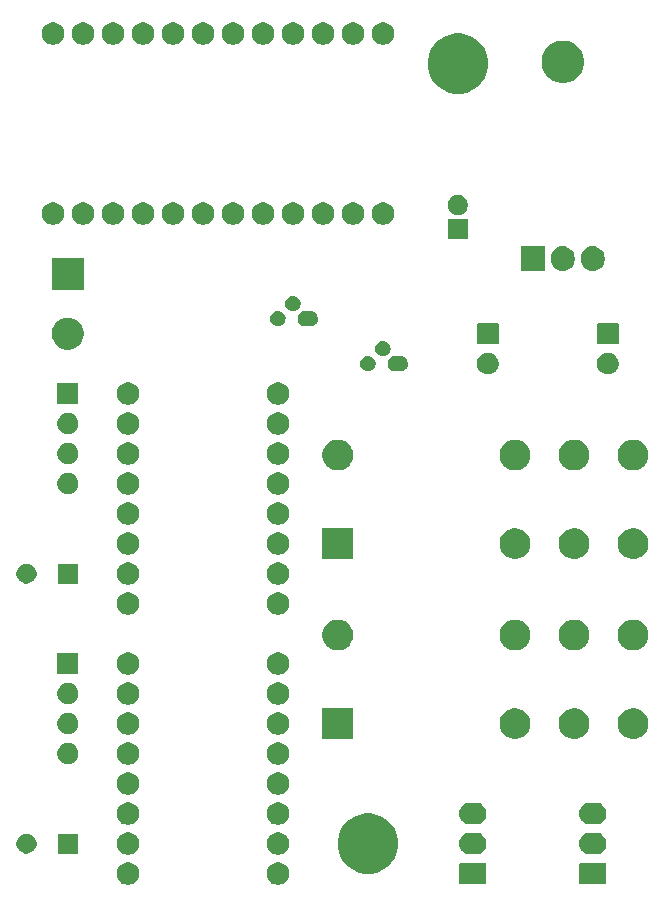
<source format=gbr>
G04 #@! TF.GenerationSoftware,KiCad,Pcbnew,(5.1.5)-3*
G04 #@! TF.CreationDate,2020-07-09T20:04:34+02:00*
G04 #@! TF.ProjectId,ejector,656a6563-746f-4722-9e6b-696361645f70,rev?*
G04 #@! TF.SameCoordinates,Original*
G04 #@! TF.FileFunction,Soldermask,Bot*
G04 #@! TF.FilePolarity,Negative*
%FSLAX46Y46*%
G04 Gerber Fmt 4.6, Leading zero omitted, Abs format (unit mm)*
G04 Created by KiCad (PCBNEW (5.1.5)-3) date 2020-07-09 20:04:34*
%MOMM*%
%LPD*%
G04 APERTURE LIST*
%ADD10C,0.100000*%
G04 APERTURE END LIST*
D10*
G36*
X129817395Y-142595546D02*
G01*
X129990466Y-142667234D01*
X130035937Y-142697617D01*
X130146227Y-142771310D01*
X130278690Y-142903773D01*
X130278691Y-142903775D01*
X130382766Y-143059534D01*
X130454454Y-143232605D01*
X130491000Y-143416333D01*
X130491000Y-143603667D01*
X130454454Y-143787395D01*
X130382766Y-143960466D01*
X130382765Y-143960467D01*
X130278690Y-144116227D01*
X130146227Y-144248690D01*
X130085059Y-144289561D01*
X129990466Y-144352766D01*
X129817395Y-144424454D01*
X129633667Y-144461000D01*
X129446333Y-144461000D01*
X129262605Y-144424454D01*
X129089534Y-144352766D01*
X128994941Y-144289561D01*
X128933773Y-144248690D01*
X128801310Y-144116227D01*
X128697235Y-143960467D01*
X128697234Y-143960466D01*
X128625546Y-143787395D01*
X128589000Y-143603667D01*
X128589000Y-143416333D01*
X128625546Y-143232605D01*
X128697234Y-143059534D01*
X128801309Y-142903775D01*
X128801310Y-142903773D01*
X128933773Y-142771310D01*
X129044063Y-142697617D01*
X129089534Y-142667234D01*
X129262605Y-142595546D01*
X129446333Y-142559000D01*
X129633667Y-142559000D01*
X129817395Y-142595546D01*
G37*
G36*
X117117395Y-142595546D02*
G01*
X117290466Y-142667234D01*
X117335937Y-142697617D01*
X117446227Y-142771310D01*
X117578690Y-142903773D01*
X117578691Y-142903775D01*
X117682766Y-143059534D01*
X117754454Y-143232605D01*
X117791000Y-143416333D01*
X117791000Y-143603667D01*
X117754454Y-143787395D01*
X117682766Y-143960466D01*
X117682765Y-143960467D01*
X117578690Y-144116227D01*
X117446227Y-144248690D01*
X117385059Y-144289561D01*
X117290466Y-144352766D01*
X117117395Y-144424454D01*
X116933667Y-144461000D01*
X116746333Y-144461000D01*
X116562605Y-144424454D01*
X116389534Y-144352766D01*
X116294941Y-144289561D01*
X116233773Y-144248690D01*
X116101310Y-144116227D01*
X115997235Y-143960467D01*
X115997234Y-143960466D01*
X115925546Y-143787395D01*
X115889000Y-143603667D01*
X115889000Y-143416333D01*
X115925546Y-143232605D01*
X115997234Y-143059534D01*
X116101309Y-142903775D01*
X116101310Y-142903773D01*
X116233773Y-142771310D01*
X116344063Y-142697617D01*
X116389534Y-142667234D01*
X116562605Y-142595546D01*
X116746333Y-142559000D01*
X116933667Y-142559000D01*
X117117395Y-142595546D01*
G37*
G36*
X157219561Y-142592966D02*
G01*
X157252383Y-142602923D01*
X157282632Y-142619092D01*
X157309148Y-142640852D01*
X157330908Y-142667368D01*
X157347077Y-142697617D01*
X157357034Y-142730439D01*
X157361000Y-142770713D01*
X157361000Y-144249287D01*
X157357034Y-144289561D01*
X157347077Y-144322383D01*
X157330908Y-144352632D01*
X157309148Y-144379148D01*
X157282632Y-144400908D01*
X157252383Y-144417077D01*
X157219561Y-144427034D01*
X157179287Y-144431000D01*
X155240713Y-144431000D01*
X155200439Y-144427034D01*
X155167617Y-144417077D01*
X155137368Y-144400908D01*
X155110852Y-144379148D01*
X155089092Y-144352632D01*
X155072923Y-144322383D01*
X155062966Y-144289561D01*
X155059000Y-144249287D01*
X155059000Y-142770713D01*
X155062966Y-142730439D01*
X155072923Y-142697617D01*
X155089092Y-142667368D01*
X155110852Y-142640852D01*
X155137368Y-142619092D01*
X155167617Y-142602923D01*
X155200439Y-142592966D01*
X155240713Y-142589000D01*
X157179287Y-142589000D01*
X157219561Y-142592966D01*
G37*
G36*
X147059561Y-142592966D02*
G01*
X147092383Y-142602923D01*
X147122632Y-142619092D01*
X147149148Y-142640852D01*
X147170908Y-142667368D01*
X147187077Y-142697617D01*
X147197034Y-142730439D01*
X147201000Y-142770713D01*
X147201000Y-144249287D01*
X147197034Y-144289561D01*
X147187077Y-144322383D01*
X147170908Y-144352632D01*
X147149148Y-144379148D01*
X147122632Y-144400908D01*
X147092383Y-144417077D01*
X147059561Y-144427034D01*
X147019287Y-144431000D01*
X145080713Y-144431000D01*
X145040439Y-144427034D01*
X145007617Y-144417077D01*
X144977368Y-144400908D01*
X144950852Y-144379148D01*
X144929092Y-144352632D01*
X144912923Y-144322383D01*
X144902966Y-144289561D01*
X144899000Y-144249287D01*
X144899000Y-142770713D01*
X144902966Y-142730439D01*
X144912923Y-142697617D01*
X144929092Y-142667368D01*
X144950852Y-142640852D01*
X144977368Y-142619092D01*
X145007617Y-142602923D01*
X145040439Y-142592966D01*
X145080713Y-142589000D01*
X147019287Y-142589000D01*
X147059561Y-142592966D01*
G37*
G36*
X137904098Y-138517033D02*
G01*
X138363676Y-138707396D01*
X138368352Y-138709333D01*
X138786168Y-138988509D01*
X139141491Y-139343832D01*
X139420667Y-139761648D01*
X139420668Y-139761650D01*
X139612967Y-140225902D01*
X139711000Y-140718747D01*
X139711000Y-141221253D01*
X139612967Y-141714098D01*
X139420668Y-142178350D01*
X139420667Y-142178352D01*
X139141491Y-142596168D01*
X138786168Y-142951491D01*
X138368352Y-143230667D01*
X138368351Y-143230668D01*
X138368350Y-143230668D01*
X137904098Y-143422967D01*
X137411253Y-143521000D01*
X136908747Y-143521000D01*
X136415902Y-143422967D01*
X135951650Y-143230668D01*
X135951649Y-143230668D01*
X135951648Y-143230667D01*
X135533832Y-142951491D01*
X135178509Y-142596168D01*
X134899333Y-142178352D01*
X134899332Y-142178350D01*
X134707033Y-141714098D01*
X134609000Y-141221253D01*
X134609000Y-140718747D01*
X134707033Y-140225902D01*
X134899332Y-139761650D01*
X134899333Y-139761648D01*
X135178509Y-139343832D01*
X135533832Y-138988509D01*
X135951648Y-138709333D01*
X135956324Y-138707396D01*
X136415902Y-138517033D01*
X136908747Y-138419000D01*
X137411253Y-138419000D01*
X137904098Y-138517033D01*
G37*
G36*
X117117395Y-140055546D02*
G01*
X117290466Y-140127234D01*
X117290467Y-140127235D01*
X117446227Y-140231310D01*
X117578690Y-140363773D01*
X117621284Y-140427520D01*
X117682766Y-140519534D01*
X117754454Y-140692605D01*
X117791000Y-140876333D01*
X117791000Y-141063667D01*
X117754454Y-141247395D01*
X117682766Y-141420466D01*
X117682765Y-141420467D01*
X117578690Y-141576227D01*
X117446227Y-141708690D01*
X117423092Y-141724148D01*
X117290466Y-141812766D01*
X117117395Y-141884454D01*
X116933667Y-141921000D01*
X116746333Y-141921000D01*
X116562605Y-141884454D01*
X116389534Y-141812766D01*
X116256908Y-141724148D01*
X116233773Y-141708690D01*
X116101310Y-141576227D01*
X115997235Y-141420467D01*
X115997234Y-141420466D01*
X115925546Y-141247395D01*
X115889000Y-141063667D01*
X115889000Y-140876333D01*
X115925546Y-140692605D01*
X115997234Y-140519534D01*
X116058716Y-140427520D01*
X116101310Y-140363773D01*
X116233773Y-140231310D01*
X116389533Y-140127235D01*
X116389534Y-140127234D01*
X116562605Y-140055546D01*
X116746333Y-140019000D01*
X116933667Y-140019000D01*
X117117395Y-140055546D01*
G37*
G36*
X129817395Y-140055546D02*
G01*
X129990466Y-140127234D01*
X129990467Y-140127235D01*
X130146227Y-140231310D01*
X130278690Y-140363773D01*
X130321284Y-140427520D01*
X130382766Y-140519534D01*
X130454454Y-140692605D01*
X130491000Y-140876333D01*
X130491000Y-141063667D01*
X130454454Y-141247395D01*
X130382766Y-141420466D01*
X130382765Y-141420467D01*
X130278690Y-141576227D01*
X130146227Y-141708690D01*
X130123092Y-141724148D01*
X129990466Y-141812766D01*
X129817395Y-141884454D01*
X129633667Y-141921000D01*
X129446333Y-141921000D01*
X129262605Y-141884454D01*
X129089534Y-141812766D01*
X128956908Y-141724148D01*
X128933773Y-141708690D01*
X128801310Y-141576227D01*
X128697235Y-141420467D01*
X128697234Y-141420466D01*
X128625546Y-141247395D01*
X128589000Y-141063667D01*
X128589000Y-140876333D01*
X128625546Y-140692605D01*
X128697234Y-140519534D01*
X128758716Y-140427520D01*
X128801310Y-140363773D01*
X128933773Y-140231310D01*
X129089533Y-140127235D01*
X129089534Y-140127234D01*
X129262605Y-140055546D01*
X129446333Y-140019000D01*
X129633667Y-140019000D01*
X129817395Y-140055546D01*
G37*
G36*
X146370345Y-140053442D02*
G01*
X146460548Y-140062326D01*
X146634157Y-140114990D01*
X146794156Y-140200511D01*
X146831683Y-140231309D01*
X146934397Y-140315603D01*
X147013729Y-140412271D01*
X147049489Y-140455844D01*
X147135010Y-140615843D01*
X147187674Y-140789452D01*
X147205456Y-140970000D01*
X147187674Y-141150548D01*
X147135010Y-141324157D01*
X147049489Y-141484156D01*
X147026244Y-141512480D01*
X146934397Y-141624397D01*
X146837729Y-141703729D01*
X146794156Y-141739489D01*
X146634157Y-141825010D01*
X146460548Y-141877674D01*
X146391718Y-141884453D01*
X146325245Y-141891000D01*
X145774755Y-141891000D01*
X145708282Y-141884453D01*
X145639452Y-141877674D01*
X145465843Y-141825010D01*
X145305844Y-141739489D01*
X145262271Y-141703729D01*
X145165603Y-141624397D01*
X145073756Y-141512480D01*
X145050511Y-141484156D01*
X144964990Y-141324157D01*
X144912326Y-141150548D01*
X144894544Y-140970000D01*
X144912326Y-140789452D01*
X144964990Y-140615843D01*
X145050511Y-140455844D01*
X145086271Y-140412271D01*
X145165603Y-140315603D01*
X145268317Y-140231309D01*
X145305844Y-140200511D01*
X145465843Y-140114990D01*
X145639452Y-140062326D01*
X145729655Y-140053442D01*
X145774755Y-140049000D01*
X146325245Y-140049000D01*
X146370345Y-140053442D01*
G37*
G36*
X156530345Y-140053442D02*
G01*
X156620548Y-140062326D01*
X156794157Y-140114990D01*
X156954156Y-140200511D01*
X156991683Y-140231309D01*
X157094397Y-140315603D01*
X157173729Y-140412271D01*
X157209489Y-140455844D01*
X157295010Y-140615843D01*
X157347674Y-140789452D01*
X157365456Y-140970000D01*
X157347674Y-141150548D01*
X157295010Y-141324157D01*
X157209489Y-141484156D01*
X157186244Y-141512480D01*
X157094397Y-141624397D01*
X156997729Y-141703729D01*
X156954156Y-141739489D01*
X156794157Y-141825010D01*
X156620548Y-141877674D01*
X156551718Y-141884453D01*
X156485245Y-141891000D01*
X155934755Y-141891000D01*
X155868282Y-141884453D01*
X155799452Y-141877674D01*
X155625843Y-141825010D01*
X155465844Y-141739489D01*
X155422271Y-141703729D01*
X155325603Y-141624397D01*
X155233756Y-141512480D01*
X155210511Y-141484156D01*
X155124990Y-141324157D01*
X155072326Y-141150548D01*
X155054544Y-140970000D01*
X155072326Y-140789452D01*
X155124990Y-140615843D01*
X155210511Y-140455844D01*
X155246271Y-140412271D01*
X155325603Y-140315603D01*
X155428317Y-140231309D01*
X155465844Y-140200511D01*
X155625843Y-140114990D01*
X155799452Y-140062326D01*
X155889655Y-140053442D01*
X155934755Y-140049000D01*
X156485245Y-140049000D01*
X156530345Y-140053442D01*
G37*
G36*
X108508228Y-140151703D02*
G01*
X108663100Y-140215853D01*
X108802481Y-140308985D01*
X108921015Y-140427519D01*
X109014147Y-140566900D01*
X109078297Y-140721772D01*
X109111000Y-140886184D01*
X109111000Y-141053816D01*
X109078297Y-141218228D01*
X109014147Y-141373100D01*
X108921015Y-141512481D01*
X108802481Y-141631015D01*
X108663100Y-141724147D01*
X108508228Y-141788297D01*
X108343816Y-141821000D01*
X108176184Y-141821000D01*
X108011772Y-141788297D01*
X107856900Y-141724147D01*
X107717519Y-141631015D01*
X107598985Y-141512481D01*
X107505853Y-141373100D01*
X107441703Y-141218228D01*
X107409000Y-141053816D01*
X107409000Y-140886184D01*
X107441703Y-140721772D01*
X107505853Y-140566900D01*
X107598985Y-140427519D01*
X107717519Y-140308985D01*
X107856900Y-140215853D01*
X108011772Y-140151703D01*
X108176184Y-140119000D01*
X108343816Y-140119000D01*
X108508228Y-140151703D01*
G37*
G36*
X112611000Y-141821000D02*
G01*
X110909000Y-141821000D01*
X110909000Y-140119000D01*
X112611000Y-140119000D01*
X112611000Y-141821000D01*
G37*
G36*
X129817395Y-137515546D02*
G01*
X129990466Y-137587234D01*
X129990467Y-137587235D01*
X130146227Y-137691310D01*
X130278690Y-137823773D01*
X130278691Y-137823775D01*
X130382766Y-137979534D01*
X130454454Y-138152605D01*
X130491000Y-138336333D01*
X130491000Y-138523667D01*
X130454454Y-138707395D01*
X130382766Y-138880466D01*
X130382765Y-138880467D01*
X130278690Y-139036227D01*
X130146227Y-139168690D01*
X130100133Y-139199489D01*
X129990466Y-139272766D01*
X129817395Y-139344454D01*
X129633667Y-139381000D01*
X129446333Y-139381000D01*
X129262605Y-139344454D01*
X129089534Y-139272766D01*
X128979867Y-139199489D01*
X128933773Y-139168690D01*
X128801310Y-139036227D01*
X128697235Y-138880467D01*
X128697234Y-138880466D01*
X128625546Y-138707395D01*
X128589000Y-138523667D01*
X128589000Y-138336333D01*
X128625546Y-138152605D01*
X128697234Y-137979534D01*
X128801309Y-137823775D01*
X128801310Y-137823773D01*
X128933773Y-137691310D01*
X129089533Y-137587235D01*
X129089534Y-137587234D01*
X129262605Y-137515546D01*
X129446333Y-137479000D01*
X129633667Y-137479000D01*
X129817395Y-137515546D01*
G37*
G36*
X117117395Y-137515546D02*
G01*
X117290466Y-137587234D01*
X117290467Y-137587235D01*
X117446227Y-137691310D01*
X117578690Y-137823773D01*
X117578691Y-137823775D01*
X117682766Y-137979534D01*
X117754454Y-138152605D01*
X117791000Y-138336333D01*
X117791000Y-138523667D01*
X117754454Y-138707395D01*
X117682766Y-138880466D01*
X117682765Y-138880467D01*
X117578690Y-139036227D01*
X117446227Y-139168690D01*
X117400133Y-139199489D01*
X117290466Y-139272766D01*
X117117395Y-139344454D01*
X116933667Y-139381000D01*
X116746333Y-139381000D01*
X116562605Y-139344454D01*
X116389534Y-139272766D01*
X116279867Y-139199489D01*
X116233773Y-139168690D01*
X116101310Y-139036227D01*
X115997235Y-138880467D01*
X115997234Y-138880466D01*
X115925546Y-138707395D01*
X115889000Y-138523667D01*
X115889000Y-138336333D01*
X115925546Y-138152605D01*
X115997234Y-137979534D01*
X116101309Y-137823775D01*
X116101310Y-137823773D01*
X116233773Y-137691310D01*
X116389533Y-137587235D01*
X116389534Y-137587234D01*
X116562605Y-137515546D01*
X116746333Y-137479000D01*
X116933667Y-137479000D01*
X117117395Y-137515546D01*
G37*
G36*
X156530345Y-137513442D02*
G01*
X156620548Y-137522326D01*
X156794157Y-137574990D01*
X156954156Y-137660511D01*
X156991683Y-137691309D01*
X157094397Y-137775603D01*
X157173729Y-137872271D01*
X157209489Y-137915844D01*
X157295010Y-138075843D01*
X157347674Y-138249452D01*
X157365456Y-138430000D01*
X157347674Y-138610548D01*
X157295010Y-138784157D01*
X157209489Y-138944156D01*
X157173729Y-138987729D01*
X157094397Y-139084397D01*
X156997729Y-139163729D01*
X156954156Y-139199489D01*
X156794157Y-139285010D01*
X156620548Y-139337674D01*
X156558023Y-139343832D01*
X156485245Y-139351000D01*
X155934755Y-139351000D01*
X155861977Y-139343832D01*
X155799452Y-139337674D01*
X155625843Y-139285010D01*
X155465844Y-139199489D01*
X155422271Y-139163729D01*
X155325603Y-139084397D01*
X155246271Y-138987729D01*
X155210511Y-138944156D01*
X155124990Y-138784157D01*
X155072326Y-138610548D01*
X155054544Y-138430000D01*
X155072326Y-138249452D01*
X155124990Y-138075843D01*
X155210511Y-137915844D01*
X155246271Y-137872271D01*
X155325603Y-137775603D01*
X155428317Y-137691309D01*
X155465844Y-137660511D01*
X155625843Y-137574990D01*
X155799452Y-137522326D01*
X155889655Y-137513442D01*
X155934755Y-137509000D01*
X156485245Y-137509000D01*
X156530345Y-137513442D01*
G37*
G36*
X146370345Y-137513442D02*
G01*
X146460548Y-137522326D01*
X146634157Y-137574990D01*
X146794156Y-137660511D01*
X146831683Y-137691309D01*
X146934397Y-137775603D01*
X147013729Y-137872271D01*
X147049489Y-137915844D01*
X147135010Y-138075843D01*
X147187674Y-138249452D01*
X147205456Y-138430000D01*
X147187674Y-138610548D01*
X147135010Y-138784157D01*
X147049489Y-138944156D01*
X147013729Y-138987729D01*
X146934397Y-139084397D01*
X146837729Y-139163729D01*
X146794156Y-139199489D01*
X146634157Y-139285010D01*
X146460548Y-139337674D01*
X146398023Y-139343832D01*
X146325245Y-139351000D01*
X145774755Y-139351000D01*
X145701977Y-139343832D01*
X145639452Y-139337674D01*
X145465843Y-139285010D01*
X145305844Y-139199489D01*
X145262271Y-139163729D01*
X145165603Y-139084397D01*
X145086271Y-138987729D01*
X145050511Y-138944156D01*
X144964990Y-138784157D01*
X144912326Y-138610548D01*
X144894544Y-138430000D01*
X144912326Y-138249452D01*
X144964990Y-138075843D01*
X145050511Y-137915844D01*
X145086271Y-137872271D01*
X145165603Y-137775603D01*
X145268317Y-137691309D01*
X145305844Y-137660511D01*
X145465843Y-137574990D01*
X145639452Y-137522326D01*
X145729655Y-137513442D01*
X145774755Y-137509000D01*
X146325245Y-137509000D01*
X146370345Y-137513442D01*
G37*
G36*
X129817395Y-134975546D02*
G01*
X129990466Y-135047234D01*
X129990467Y-135047235D01*
X130146227Y-135151310D01*
X130278690Y-135283773D01*
X130278691Y-135283775D01*
X130382766Y-135439534D01*
X130454454Y-135612605D01*
X130491000Y-135796333D01*
X130491000Y-135983667D01*
X130454454Y-136167395D01*
X130382766Y-136340466D01*
X130382765Y-136340467D01*
X130278690Y-136496227D01*
X130146227Y-136628690D01*
X130067818Y-136681081D01*
X129990466Y-136732766D01*
X129817395Y-136804454D01*
X129633667Y-136841000D01*
X129446333Y-136841000D01*
X129262605Y-136804454D01*
X129089534Y-136732766D01*
X129012182Y-136681081D01*
X128933773Y-136628690D01*
X128801310Y-136496227D01*
X128697235Y-136340467D01*
X128697234Y-136340466D01*
X128625546Y-136167395D01*
X128589000Y-135983667D01*
X128589000Y-135796333D01*
X128625546Y-135612605D01*
X128697234Y-135439534D01*
X128801309Y-135283775D01*
X128801310Y-135283773D01*
X128933773Y-135151310D01*
X129089533Y-135047235D01*
X129089534Y-135047234D01*
X129262605Y-134975546D01*
X129446333Y-134939000D01*
X129633667Y-134939000D01*
X129817395Y-134975546D01*
G37*
G36*
X117117395Y-134975546D02*
G01*
X117290466Y-135047234D01*
X117290467Y-135047235D01*
X117446227Y-135151310D01*
X117578690Y-135283773D01*
X117578691Y-135283775D01*
X117682766Y-135439534D01*
X117754454Y-135612605D01*
X117791000Y-135796333D01*
X117791000Y-135983667D01*
X117754454Y-136167395D01*
X117682766Y-136340466D01*
X117682765Y-136340467D01*
X117578690Y-136496227D01*
X117446227Y-136628690D01*
X117367818Y-136681081D01*
X117290466Y-136732766D01*
X117117395Y-136804454D01*
X116933667Y-136841000D01*
X116746333Y-136841000D01*
X116562605Y-136804454D01*
X116389534Y-136732766D01*
X116312182Y-136681081D01*
X116233773Y-136628690D01*
X116101310Y-136496227D01*
X115997235Y-136340467D01*
X115997234Y-136340466D01*
X115925546Y-136167395D01*
X115889000Y-135983667D01*
X115889000Y-135796333D01*
X115925546Y-135612605D01*
X115997234Y-135439534D01*
X116101309Y-135283775D01*
X116101310Y-135283773D01*
X116233773Y-135151310D01*
X116389533Y-135047235D01*
X116389534Y-135047234D01*
X116562605Y-134975546D01*
X116746333Y-134939000D01*
X116933667Y-134939000D01*
X117117395Y-134975546D01*
G37*
G36*
X117117395Y-132435546D02*
G01*
X117290466Y-132507234D01*
X117290467Y-132507235D01*
X117446227Y-132611310D01*
X117578690Y-132743773D01*
X117578691Y-132743775D01*
X117682766Y-132899534D01*
X117754454Y-133072605D01*
X117791000Y-133256333D01*
X117791000Y-133443667D01*
X117754454Y-133627395D01*
X117682766Y-133800466D01*
X117682765Y-133800467D01*
X117578690Y-133956227D01*
X117446227Y-134088690D01*
X117367818Y-134141081D01*
X117290466Y-134192766D01*
X117117395Y-134264454D01*
X116933667Y-134301000D01*
X116746333Y-134301000D01*
X116562605Y-134264454D01*
X116389534Y-134192766D01*
X116312182Y-134141081D01*
X116233773Y-134088690D01*
X116101310Y-133956227D01*
X115997235Y-133800467D01*
X115997234Y-133800466D01*
X115925546Y-133627395D01*
X115889000Y-133443667D01*
X115889000Y-133256333D01*
X115925546Y-133072605D01*
X115997234Y-132899534D01*
X116101309Y-132743775D01*
X116101310Y-132743773D01*
X116233773Y-132611310D01*
X116389533Y-132507235D01*
X116389534Y-132507234D01*
X116562605Y-132435546D01*
X116746333Y-132399000D01*
X116933667Y-132399000D01*
X117117395Y-132435546D01*
G37*
G36*
X129817395Y-132435546D02*
G01*
X129990466Y-132507234D01*
X129990467Y-132507235D01*
X130146227Y-132611310D01*
X130278690Y-132743773D01*
X130278691Y-132743775D01*
X130382766Y-132899534D01*
X130454454Y-133072605D01*
X130491000Y-133256333D01*
X130491000Y-133443667D01*
X130454454Y-133627395D01*
X130382766Y-133800466D01*
X130382765Y-133800467D01*
X130278690Y-133956227D01*
X130146227Y-134088690D01*
X130067818Y-134141081D01*
X129990466Y-134192766D01*
X129817395Y-134264454D01*
X129633667Y-134301000D01*
X129446333Y-134301000D01*
X129262605Y-134264454D01*
X129089534Y-134192766D01*
X129012182Y-134141081D01*
X128933773Y-134088690D01*
X128801310Y-133956227D01*
X128697235Y-133800467D01*
X128697234Y-133800466D01*
X128625546Y-133627395D01*
X128589000Y-133443667D01*
X128589000Y-133256333D01*
X128625546Y-133072605D01*
X128697234Y-132899534D01*
X128801309Y-132743775D01*
X128801310Y-132743773D01*
X128933773Y-132611310D01*
X129089533Y-132507235D01*
X129089534Y-132507234D01*
X129262605Y-132435546D01*
X129446333Y-132399000D01*
X129633667Y-132399000D01*
X129817395Y-132435546D01*
G37*
G36*
X111873512Y-132453927D02*
G01*
X112022812Y-132483624D01*
X112186784Y-132551544D01*
X112334354Y-132650147D01*
X112459853Y-132775646D01*
X112558456Y-132923216D01*
X112626376Y-133087188D01*
X112661000Y-133261259D01*
X112661000Y-133438741D01*
X112626376Y-133612812D01*
X112558456Y-133776784D01*
X112459853Y-133924354D01*
X112334354Y-134049853D01*
X112186784Y-134148456D01*
X112022812Y-134216376D01*
X111873512Y-134246073D01*
X111848742Y-134251000D01*
X111671258Y-134251000D01*
X111646488Y-134246073D01*
X111497188Y-134216376D01*
X111333216Y-134148456D01*
X111185646Y-134049853D01*
X111060147Y-133924354D01*
X110961544Y-133776784D01*
X110893624Y-133612812D01*
X110859000Y-133438741D01*
X110859000Y-133261259D01*
X110893624Y-133087188D01*
X110961544Y-132923216D01*
X111060147Y-132775646D01*
X111185646Y-132650147D01*
X111333216Y-132551544D01*
X111497188Y-132483624D01*
X111646488Y-132453927D01*
X111671258Y-132449000D01*
X111848742Y-132449000D01*
X111873512Y-132453927D01*
G37*
G36*
X154999487Y-129558996D02*
G01*
X155236253Y-129657068D01*
X155236255Y-129657069D01*
X155449339Y-129799447D01*
X155630553Y-129980661D01*
X155717073Y-130110147D01*
X155772932Y-130193747D01*
X155871004Y-130430513D01*
X155921000Y-130681861D01*
X155921000Y-130938139D01*
X155871004Y-131189487D01*
X155790287Y-131384354D01*
X155772931Y-131426255D01*
X155630553Y-131639339D01*
X155449339Y-131820553D01*
X155236255Y-131962931D01*
X155236254Y-131962932D01*
X155236253Y-131962932D01*
X154999487Y-132061004D01*
X154748139Y-132111000D01*
X154491861Y-132111000D01*
X154240513Y-132061004D01*
X154003747Y-131962932D01*
X154003746Y-131962932D01*
X154003745Y-131962931D01*
X153790661Y-131820553D01*
X153609447Y-131639339D01*
X153467069Y-131426255D01*
X153449713Y-131384354D01*
X153368996Y-131189487D01*
X153319000Y-130938139D01*
X153319000Y-130681861D01*
X153368996Y-130430513D01*
X153467068Y-130193747D01*
X153522928Y-130110147D01*
X153609447Y-129980661D01*
X153790661Y-129799447D01*
X154003745Y-129657069D01*
X154003747Y-129657068D01*
X154240513Y-129558996D01*
X154491861Y-129509000D01*
X154748139Y-129509000D01*
X154999487Y-129558996D01*
G37*
G36*
X159999487Y-129558996D02*
G01*
X160236253Y-129657068D01*
X160236255Y-129657069D01*
X160449339Y-129799447D01*
X160630553Y-129980661D01*
X160717073Y-130110147D01*
X160772932Y-130193747D01*
X160871004Y-130430513D01*
X160921000Y-130681861D01*
X160921000Y-130938139D01*
X160871004Y-131189487D01*
X160790287Y-131384354D01*
X160772931Y-131426255D01*
X160630553Y-131639339D01*
X160449339Y-131820553D01*
X160236255Y-131962931D01*
X160236254Y-131962932D01*
X160236253Y-131962932D01*
X159999487Y-132061004D01*
X159748139Y-132111000D01*
X159491861Y-132111000D01*
X159240513Y-132061004D01*
X159003747Y-131962932D01*
X159003746Y-131962932D01*
X159003745Y-131962931D01*
X158790661Y-131820553D01*
X158609447Y-131639339D01*
X158467069Y-131426255D01*
X158449713Y-131384354D01*
X158368996Y-131189487D01*
X158319000Y-130938139D01*
X158319000Y-130681861D01*
X158368996Y-130430513D01*
X158467068Y-130193747D01*
X158522928Y-130110147D01*
X158609447Y-129980661D01*
X158790661Y-129799447D01*
X159003745Y-129657069D01*
X159003747Y-129657068D01*
X159240513Y-129558996D01*
X159491861Y-129509000D01*
X159748139Y-129509000D01*
X159999487Y-129558996D01*
G37*
G36*
X149999487Y-129558996D02*
G01*
X150236253Y-129657068D01*
X150236255Y-129657069D01*
X150449339Y-129799447D01*
X150630553Y-129980661D01*
X150717073Y-130110147D01*
X150772932Y-130193747D01*
X150871004Y-130430513D01*
X150921000Y-130681861D01*
X150921000Y-130938139D01*
X150871004Y-131189487D01*
X150790287Y-131384354D01*
X150772931Y-131426255D01*
X150630553Y-131639339D01*
X150449339Y-131820553D01*
X150236255Y-131962931D01*
X150236254Y-131962932D01*
X150236253Y-131962932D01*
X149999487Y-132061004D01*
X149748139Y-132111000D01*
X149491861Y-132111000D01*
X149240513Y-132061004D01*
X149003747Y-131962932D01*
X149003746Y-131962932D01*
X149003745Y-131962931D01*
X148790661Y-131820553D01*
X148609447Y-131639339D01*
X148467069Y-131426255D01*
X148449713Y-131384354D01*
X148368996Y-131189487D01*
X148319000Y-130938139D01*
X148319000Y-130681861D01*
X148368996Y-130430513D01*
X148467068Y-130193747D01*
X148522928Y-130110147D01*
X148609447Y-129980661D01*
X148790661Y-129799447D01*
X149003745Y-129657069D01*
X149003747Y-129657068D01*
X149240513Y-129558996D01*
X149491861Y-129509000D01*
X149748139Y-129509000D01*
X149999487Y-129558996D01*
G37*
G36*
X135921000Y-132111000D02*
G01*
X133319000Y-132111000D01*
X133319000Y-129509000D01*
X135921000Y-129509000D01*
X135921000Y-132111000D01*
G37*
G36*
X129817395Y-129895546D02*
G01*
X129990466Y-129967234D01*
X129990467Y-129967235D01*
X130146227Y-130071310D01*
X130278690Y-130203773D01*
X130278691Y-130203775D01*
X130382766Y-130359534D01*
X130454454Y-130532605D01*
X130491000Y-130716333D01*
X130491000Y-130903667D01*
X130454454Y-131087395D01*
X130382766Y-131260466D01*
X130382765Y-131260467D01*
X130278690Y-131416227D01*
X130146227Y-131548690D01*
X130067818Y-131601081D01*
X129990466Y-131652766D01*
X129817395Y-131724454D01*
X129633667Y-131761000D01*
X129446333Y-131761000D01*
X129262605Y-131724454D01*
X129089534Y-131652766D01*
X129012182Y-131601081D01*
X128933773Y-131548690D01*
X128801310Y-131416227D01*
X128697235Y-131260467D01*
X128697234Y-131260466D01*
X128625546Y-131087395D01*
X128589000Y-130903667D01*
X128589000Y-130716333D01*
X128625546Y-130532605D01*
X128697234Y-130359534D01*
X128801309Y-130203775D01*
X128801310Y-130203773D01*
X128933773Y-130071310D01*
X129089533Y-129967235D01*
X129089534Y-129967234D01*
X129262605Y-129895546D01*
X129446333Y-129859000D01*
X129633667Y-129859000D01*
X129817395Y-129895546D01*
G37*
G36*
X117117395Y-129895546D02*
G01*
X117290466Y-129967234D01*
X117290467Y-129967235D01*
X117446227Y-130071310D01*
X117578690Y-130203773D01*
X117578691Y-130203775D01*
X117682766Y-130359534D01*
X117754454Y-130532605D01*
X117791000Y-130716333D01*
X117791000Y-130903667D01*
X117754454Y-131087395D01*
X117682766Y-131260466D01*
X117682765Y-131260467D01*
X117578690Y-131416227D01*
X117446227Y-131548690D01*
X117367818Y-131601081D01*
X117290466Y-131652766D01*
X117117395Y-131724454D01*
X116933667Y-131761000D01*
X116746333Y-131761000D01*
X116562605Y-131724454D01*
X116389534Y-131652766D01*
X116312182Y-131601081D01*
X116233773Y-131548690D01*
X116101310Y-131416227D01*
X115997235Y-131260467D01*
X115997234Y-131260466D01*
X115925546Y-131087395D01*
X115889000Y-130903667D01*
X115889000Y-130716333D01*
X115925546Y-130532605D01*
X115997234Y-130359534D01*
X116101309Y-130203775D01*
X116101310Y-130203773D01*
X116233773Y-130071310D01*
X116389533Y-129967235D01*
X116389534Y-129967234D01*
X116562605Y-129895546D01*
X116746333Y-129859000D01*
X116933667Y-129859000D01*
X117117395Y-129895546D01*
G37*
G36*
X111873512Y-129913927D02*
G01*
X112022812Y-129943624D01*
X112186784Y-130011544D01*
X112334354Y-130110147D01*
X112459853Y-130235646D01*
X112558456Y-130383216D01*
X112626376Y-130547188D01*
X112661000Y-130721259D01*
X112661000Y-130898741D01*
X112626376Y-131072812D01*
X112558456Y-131236784D01*
X112459853Y-131384354D01*
X112334354Y-131509853D01*
X112186784Y-131608456D01*
X112022812Y-131676376D01*
X111873512Y-131706073D01*
X111848742Y-131711000D01*
X111671258Y-131711000D01*
X111646488Y-131706073D01*
X111497188Y-131676376D01*
X111333216Y-131608456D01*
X111185646Y-131509853D01*
X111060147Y-131384354D01*
X110961544Y-131236784D01*
X110893624Y-131072812D01*
X110859000Y-130898741D01*
X110859000Y-130721259D01*
X110893624Y-130547188D01*
X110961544Y-130383216D01*
X111060147Y-130235646D01*
X111185646Y-130110147D01*
X111333216Y-130011544D01*
X111497188Y-129943624D01*
X111646488Y-129913927D01*
X111671258Y-129909000D01*
X111848742Y-129909000D01*
X111873512Y-129913927D01*
G37*
G36*
X129817395Y-127355546D02*
G01*
X129990466Y-127427234D01*
X129990467Y-127427235D01*
X130146227Y-127531310D01*
X130278690Y-127663773D01*
X130278691Y-127663775D01*
X130382766Y-127819534D01*
X130454454Y-127992605D01*
X130491000Y-128176333D01*
X130491000Y-128363667D01*
X130454454Y-128547395D01*
X130382766Y-128720466D01*
X130382765Y-128720467D01*
X130278690Y-128876227D01*
X130146227Y-129008690D01*
X130067818Y-129061081D01*
X129990466Y-129112766D01*
X129817395Y-129184454D01*
X129633667Y-129221000D01*
X129446333Y-129221000D01*
X129262605Y-129184454D01*
X129089534Y-129112766D01*
X129012182Y-129061081D01*
X128933773Y-129008690D01*
X128801310Y-128876227D01*
X128697235Y-128720467D01*
X128697234Y-128720466D01*
X128625546Y-128547395D01*
X128589000Y-128363667D01*
X128589000Y-128176333D01*
X128625546Y-127992605D01*
X128697234Y-127819534D01*
X128801309Y-127663775D01*
X128801310Y-127663773D01*
X128933773Y-127531310D01*
X129089533Y-127427235D01*
X129089534Y-127427234D01*
X129262605Y-127355546D01*
X129446333Y-127319000D01*
X129633667Y-127319000D01*
X129817395Y-127355546D01*
G37*
G36*
X117117395Y-127355546D02*
G01*
X117290466Y-127427234D01*
X117290467Y-127427235D01*
X117446227Y-127531310D01*
X117578690Y-127663773D01*
X117578691Y-127663775D01*
X117682766Y-127819534D01*
X117754454Y-127992605D01*
X117791000Y-128176333D01*
X117791000Y-128363667D01*
X117754454Y-128547395D01*
X117682766Y-128720466D01*
X117682765Y-128720467D01*
X117578690Y-128876227D01*
X117446227Y-129008690D01*
X117367818Y-129061081D01*
X117290466Y-129112766D01*
X117117395Y-129184454D01*
X116933667Y-129221000D01*
X116746333Y-129221000D01*
X116562605Y-129184454D01*
X116389534Y-129112766D01*
X116312182Y-129061081D01*
X116233773Y-129008690D01*
X116101310Y-128876227D01*
X115997235Y-128720467D01*
X115997234Y-128720466D01*
X115925546Y-128547395D01*
X115889000Y-128363667D01*
X115889000Y-128176333D01*
X115925546Y-127992605D01*
X115997234Y-127819534D01*
X116101309Y-127663775D01*
X116101310Y-127663773D01*
X116233773Y-127531310D01*
X116389533Y-127427235D01*
X116389534Y-127427234D01*
X116562605Y-127355546D01*
X116746333Y-127319000D01*
X116933667Y-127319000D01*
X117117395Y-127355546D01*
G37*
G36*
X111873512Y-127373927D02*
G01*
X112022812Y-127403624D01*
X112186784Y-127471544D01*
X112334354Y-127570147D01*
X112459853Y-127695646D01*
X112558456Y-127843216D01*
X112626376Y-128007188D01*
X112661000Y-128181259D01*
X112661000Y-128358741D01*
X112626376Y-128532812D01*
X112558456Y-128696784D01*
X112459853Y-128844354D01*
X112334354Y-128969853D01*
X112186784Y-129068456D01*
X112022812Y-129136376D01*
X111873512Y-129166073D01*
X111848742Y-129171000D01*
X111671258Y-129171000D01*
X111646488Y-129166073D01*
X111497188Y-129136376D01*
X111333216Y-129068456D01*
X111185646Y-128969853D01*
X111060147Y-128844354D01*
X110961544Y-128696784D01*
X110893624Y-128532812D01*
X110859000Y-128358741D01*
X110859000Y-128181259D01*
X110893624Y-128007188D01*
X110961544Y-127843216D01*
X111060147Y-127695646D01*
X111185646Y-127570147D01*
X111333216Y-127471544D01*
X111497188Y-127403624D01*
X111646488Y-127373927D01*
X111671258Y-127369000D01*
X111848742Y-127369000D01*
X111873512Y-127373927D01*
G37*
G36*
X129817395Y-124815546D02*
G01*
X129990466Y-124887234D01*
X129990467Y-124887235D01*
X130146227Y-124991310D01*
X130278690Y-125123773D01*
X130278691Y-125123775D01*
X130382766Y-125279534D01*
X130454454Y-125452605D01*
X130491000Y-125636333D01*
X130491000Y-125823667D01*
X130454454Y-126007395D01*
X130382766Y-126180466D01*
X130382765Y-126180467D01*
X130278690Y-126336227D01*
X130146227Y-126468690D01*
X130067818Y-126521081D01*
X129990466Y-126572766D01*
X129817395Y-126644454D01*
X129633667Y-126681000D01*
X129446333Y-126681000D01*
X129262605Y-126644454D01*
X129089534Y-126572766D01*
X129012182Y-126521081D01*
X128933773Y-126468690D01*
X128801310Y-126336227D01*
X128697235Y-126180467D01*
X128697234Y-126180466D01*
X128625546Y-126007395D01*
X128589000Y-125823667D01*
X128589000Y-125636333D01*
X128625546Y-125452605D01*
X128697234Y-125279534D01*
X128801309Y-125123775D01*
X128801310Y-125123773D01*
X128933773Y-124991310D01*
X129089533Y-124887235D01*
X129089534Y-124887234D01*
X129262605Y-124815546D01*
X129446333Y-124779000D01*
X129633667Y-124779000D01*
X129817395Y-124815546D01*
G37*
G36*
X117117395Y-124815546D02*
G01*
X117290466Y-124887234D01*
X117290467Y-124887235D01*
X117446227Y-124991310D01*
X117578690Y-125123773D01*
X117578691Y-125123775D01*
X117682766Y-125279534D01*
X117754454Y-125452605D01*
X117791000Y-125636333D01*
X117791000Y-125823667D01*
X117754454Y-126007395D01*
X117682766Y-126180466D01*
X117682765Y-126180467D01*
X117578690Y-126336227D01*
X117446227Y-126468690D01*
X117367818Y-126521081D01*
X117290466Y-126572766D01*
X117117395Y-126644454D01*
X116933667Y-126681000D01*
X116746333Y-126681000D01*
X116562605Y-126644454D01*
X116389534Y-126572766D01*
X116312182Y-126521081D01*
X116233773Y-126468690D01*
X116101310Y-126336227D01*
X115997235Y-126180467D01*
X115997234Y-126180466D01*
X115925546Y-126007395D01*
X115889000Y-125823667D01*
X115889000Y-125636333D01*
X115925546Y-125452605D01*
X115997234Y-125279534D01*
X116101309Y-125123775D01*
X116101310Y-125123773D01*
X116233773Y-124991310D01*
X116389533Y-124887235D01*
X116389534Y-124887234D01*
X116562605Y-124815546D01*
X116746333Y-124779000D01*
X116933667Y-124779000D01*
X117117395Y-124815546D01*
G37*
G36*
X112661000Y-126631000D02*
G01*
X110859000Y-126631000D01*
X110859000Y-124829000D01*
X112661000Y-124829000D01*
X112661000Y-126631000D01*
G37*
G36*
X154999487Y-122058996D02*
G01*
X155236253Y-122157068D01*
X155236255Y-122157069D01*
X155449339Y-122299447D01*
X155630553Y-122480661D01*
X155772932Y-122693747D01*
X155871004Y-122930513D01*
X155921000Y-123181861D01*
X155921000Y-123438139D01*
X155871004Y-123689487D01*
X155772932Y-123926253D01*
X155772931Y-123926255D01*
X155630553Y-124139339D01*
X155449339Y-124320553D01*
X155236255Y-124462931D01*
X155236254Y-124462932D01*
X155236253Y-124462932D01*
X154999487Y-124561004D01*
X154748139Y-124611000D01*
X154491861Y-124611000D01*
X154240513Y-124561004D01*
X154003747Y-124462932D01*
X154003746Y-124462932D01*
X154003745Y-124462931D01*
X153790661Y-124320553D01*
X153609447Y-124139339D01*
X153467069Y-123926255D01*
X153467068Y-123926253D01*
X153368996Y-123689487D01*
X153319000Y-123438139D01*
X153319000Y-123181861D01*
X153368996Y-122930513D01*
X153467068Y-122693747D01*
X153609447Y-122480661D01*
X153790661Y-122299447D01*
X154003745Y-122157069D01*
X154003747Y-122157068D01*
X154240513Y-122058996D01*
X154491861Y-122009000D01*
X154748139Y-122009000D01*
X154999487Y-122058996D01*
G37*
G36*
X159999487Y-122058996D02*
G01*
X160236253Y-122157068D01*
X160236255Y-122157069D01*
X160449339Y-122299447D01*
X160630553Y-122480661D01*
X160772932Y-122693747D01*
X160871004Y-122930513D01*
X160921000Y-123181861D01*
X160921000Y-123438139D01*
X160871004Y-123689487D01*
X160772932Y-123926253D01*
X160772931Y-123926255D01*
X160630553Y-124139339D01*
X160449339Y-124320553D01*
X160236255Y-124462931D01*
X160236254Y-124462932D01*
X160236253Y-124462932D01*
X159999487Y-124561004D01*
X159748139Y-124611000D01*
X159491861Y-124611000D01*
X159240513Y-124561004D01*
X159003747Y-124462932D01*
X159003746Y-124462932D01*
X159003745Y-124462931D01*
X158790661Y-124320553D01*
X158609447Y-124139339D01*
X158467069Y-123926255D01*
X158467068Y-123926253D01*
X158368996Y-123689487D01*
X158319000Y-123438139D01*
X158319000Y-123181861D01*
X158368996Y-122930513D01*
X158467068Y-122693747D01*
X158609447Y-122480661D01*
X158790661Y-122299447D01*
X159003745Y-122157069D01*
X159003747Y-122157068D01*
X159240513Y-122058996D01*
X159491861Y-122009000D01*
X159748139Y-122009000D01*
X159999487Y-122058996D01*
G37*
G36*
X149999487Y-122058996D02*
G01*
X150236253Y-122157068D01*
X150236255Y-122157069D01*
X150449339Y-122299447D01*
X150630553Y-122480661D01*
X150772932Y-122693747D01*
X150871004Y-122930513D01*
X150921000Y-123181861D01*
X150921000Y-123438139D01*
X150871004Y-123689487D01*
X150772932Y-123926253D01*
X150772931Y-123926255D01*
X150630553Y-124139339D01*
X150449339Y-124320553D01*
X150236255Y-124462931D01*
X150236254Y-124462932D01*
X150236253Y-124462932D01*
X149999487Y-124561004D01*
X149748139Y-124611000D01*
X149491861Y-124611000D01*
X149240513Y-124561004D01*
X149003747Y-124462932D01*
X149003746Y-124462932D01*
X149003745Y-124462931D01*
X148790661Y-124320553D01*
X148609447Y-124139339D01*
X148467069Y-123926255D01*
X148467068Y-123926253D01*
X148368996Y-123689487D01*
X148319000Y-123438139D01*
X148319000Y-123181861D01*
X148368996Y-122930513D01*
X148467068Y-122693747D01*
X148609447Y-122480661D01*
X148790661Y-122299447D01*
X149003745Y-122157069D01*
X149003747Y-122157068D01*
X149240513Y-122058996D01*
X149491861Y-122009000D01*
X149748139Y-122009000D01*
X149999487Y-122058996D01*
G37*
G36*
X134999487Y-122058996D02*
G01*
X135236253Y-122157068D01*
X135236255Y-122157069D01*
X135449339Y-122299447D01*
X135630553Y-122480661D01*
X135772932Y-122693747D01*
X135871004Y-122930513D01*
X135921000Y-123181861D01*
X135921000Y-123438139D01*
X135871004Y-123689487D01*
X135772932Y-123926253D01*
X135772931Y-123926255D01*
X135630553Y-124139339D01*
X135449339Y-124320553D01*
X135236255Y-124462931D01*
X135236254Y-124462932D01*
X135236253Y-124462932D01*
X134999487Y-124561004D01*
X134748139Y-124611000D01*
X134491861Y-124611000D01*
X134240513Y-124561004D01*
X134003747Y-124462932D01*
X134003746Y-124462932D01*
X134003745Y-124462931D01*
X133790661Y-124320553D01*
X133609447Y-124139339D01*
X133467069Y-123926255D01*
X133467068Y-123926253D01*
X133368996Y-123689487D01*
X133319000Y-123438139D01*
X133319000Y-123181861D01*
X133368996Y-122930513D01*
X133467068Y-122693747D01*
X133609447Y-122480661D01*
X133790661Y-122299447D01*
X134003745Y-122157069D01*
X134003747Y-122157068D01*
X134240513Y-122058996D01*
X134491861Y-122009000D01*
X134748139Y-122009000D01*
X134999487Y-122058996D01*
G37*
G36*
X117117395Y-119735546D02*
G01*
X117290466Y-119807234D01*
X117290467Y-119807235D01*
X117446227Y-119911310D01*
X117578690Y-120043773D01*
X117578691Y-120043775D01*
X117682766Y-120199534D01*
X117754454Y-120372605D01*
X117791000Y-120556333D01*
X117791000Y-120743667D01*
X117754454Y-120927395D01*
X117682766Y-121100466D01*
X117682765Y-121100467D01*
X117578690Y-121256227D01*
X117446227Y-121388690D01*
X117367818Y-121441081D01*
X117290466Y-121492766D01*
X117117395Y-121564454D01*
X116933667Y-121601000D01*
X116746333Y-121601000D01*
X116562605Y-121564454D01*
X116389534Y-121492766D01*
X116312182Y-121441081D01*
X116233773Y-121388690D01*
X116101310Y-121256227D01*
X115997235Y-121100467D01*
X115997234Y-121100466D01*
X115925546Y-120927395D01*
X115889000Y-120743667D01*
X115889000Y-120556333D01*
X115925546Y-120372605D01*
X115997234Y-120199534D01*
X116101309Y-120043775D01*
X116101310Y-120043773D01*
X116233773Y-119911310D01*
X116389533Y-119807235D01*
X116389534Y-119807234D01*
X116562605Y-119735546D01*
X116746333Y-119699000D01*
X116933667Y-119699000D01*
X117117395Y-119735546D01*
G37*
G36*
X129817395Y-119735546D02*
G01*
X129990466Y-119807234D01*
X129990467Y-119807235D01*
X130146227Y-119911310D01*
X130278690Y-120043773D01*
X130278691Y-120043775D01*
X130382766Y-120199534D01*
X130454454Y-120372605D01*
X130491000Y-120556333D01*
X130491000Y-120743667D01*
X130454454Y-120927395D01*
X130382766Y-121100466D01*
X130382765Y-121100467D01*
X130278690Y-121256227D01*
X130146227Y-121388690D01*
X130067818Y-121441081D01*
X129990466Y-121492766D01*
X129817395Y-121564454D01*
X129633667Y-121601000D01*
X129446333Y-121601000D01*
X129262605Y-121564454D01*
X129089534Y-121492766D01*
X129012182Y-121441081D01*
X128933773Y-121388690D01*
X128801310Y-121256227D01*
X128697235Y-121100467D01*
X128697234Y-121100466D01*
X128625546Y-120927395D01*
X128589000Y-120743667D01*
X128589000Y-120556333D01*
X128625546Y-120372605D01*
X128697234Y-120199534D01*
X128801309Y-120043775D01*
X128801310Y-120043773D01*
X128933773Y-119911310D01*
X129089533Y-119807235D01*
X129089534Y-119807234D01*
X129262605Y-119735546D01*
X129446333Y-119699000D01*
X129633667Y-119699000D01*
X129817395Y-119735546D01*
G37*
G36*
X117117395Y-117195546D02*
G01*
X117290466Y-117267234D01*
X117290467Y-117267235D01*
X117446227Y-117371310D01*
X117578690Y-117503773D01*
X117621284Y-117567520D01*
X117682766Y-117659534D01*
X117754454Y-117832605D01*
X117791000Y-118016333D01*
X117791000Y-118203667D01*
X117754454Y-118387395D01*
X117682766Y-118560466D01*
X117682765Y-118560467D01*
X117578690Y-118716227D01*
X117446227Y-118848690D01*
X117423092Y-118864148D01*
X117290466Y-118952766D01*
X117117395Y-119024454D01*
X116933667Y-119061000D01*
X116746333Y-119061000D01*
X116562605Y-119024454D01*
X116389534Y-118952766D01*
X116256908Y-118864148D01*
X116233773Y-118848690D01*
X116101310Y-118716227D01*
X115997235Y-118560467D01*
X115997234Y-118560466D01*
X115925546Y-118387395D01*
X115889000Y-118203667D01*
X115889000Y-118016333D01*
X115925546Y-117832605D01*
X115997234Y-117659534D01*
X116058716Y-117567520D01*
X116101310Y-117503773D01*
X116233773Y-117371310D01*
X116389533Y-117267235D01*
X116389534Y-117267234D01*
X116562605Y-117195546D01*
X116746333Y-117159000D01*
X116933667Y-117159000D01*
X117117395Y-117195546D01*
G37*
G36*
X129817395Y-117195546D02*
G01*
X129990466Y-117267234D01*
X129990467Y-117267235D01*
X130146227Y-117371310D01*
X130278690Y-117503773D01*
X130321284Y-117567520D01*
X130382766Y-117659534D01*
X130454454Y-117832605D01*
X130491000Y-118016333D01*
X130491000Y-118203667D01*
X130454454Y-118387395D01*
X130382766Y-118560466D01*
X130382765Y-118560467D01*
X130278690Y-118716227D01*
X130146227Y-118848690D01*
X130123092Y-118864148D01*
X129990466Y-118952766D01*
X129817395Y-119024454D01*
X129633667Y-119061000D01*
X129446333Y-119061000D01*
X129262605Y-119024454D01*
X129089534Y-118952766D01*
X128956908Y-118864148D01*
X128933773Y-118848690D01*
X128801310Y-118716227D01*
X128697235Y-118560467D01*
X128697234Y-118560466D01*
X128625546Y-118387395D01*
X128589000Y-118203667D01*
X128589000Y-118016333D01*
X128625546Y-117832605D01*
X128697234Y-117659534D01*
X128758716Y-117567520D01*
X128801310Y-117503773D01*
X128933773Y-117371310D01*
X129089533Y-117267235D01*
X129089534Y-117267234D01*
X129262605Y-117195546D01*
X129446333Y-117159000D01*
X129633667Y-117159000D01*
X129817395Y-117195546D01*
G37*
G36*
X108508228Y-117291703D02*
G01*
X108663100Y-117355853D01*
X108802481Y-117448985D01*
X108921015Y-117567519D01*
X109014147Y-117706900D01*
X109078297Y-117861772D01*
X109111000Y-118026184D01*
X109111000Y-118193816D01*
X109078297Y-118358228D01*
X109014147Y-118513100D01*
X108921015Y-118652481D01*
X108802481Y-118771015D01*
X108663100Y-118864147D01*
X108508228Y-118928297D01*
X108343816Y-118961000D01*
X108176184Y-118961000D01*
X108011772Y-118928297D01*
X107856900Y-118864147D01*
X107717519Y-118771015D01*
X107598985Y-118652481D01*
X107505853Y-118513100D01*
X107441703Y-118358228D01*
X107409000Y-118193816D01*
X107409000Y-118026184D01*
X107441703Y-117861772D01*
X107505853Y-117706900D01*
X107598985Y-117567519D01*
X107717519Y-117448985D01*
X107856900Y-117355853D01*
X108011772Y-117291703D01*
X108176184Y-117259000D01*
X108343816Y-117259000D01*
X108508228Y-117291703D01*
G37*
G36*
X112611000Y-118961000D02*
G01*
X110909000Y-118961000D01*
X110909000Y-117259000D01*
X112611000Y-117259000D01*
X112611000Y-118961000D01*
G37*
G36*
X154999487Y-114318996D02*
G01*
X155236253Y-114417068D01*
X155236255Y-114417069D01*
X155449339Y-114559447D01*
X155630553Y-114740661D01*
X155772932Y-114953747D01*
X155871004Y-115190513D01*
X155921000Y-115441861D01*
X155921000Y-115698139D01*
X155871004Y-115949487D01*
X155841603Y-116020466D01*
X155772931Y-116186255D01*
X155630553Y-116399339D01*
X155449339Y-116580553D01*
X155236255Y-116722931D01*
X155236254Y-116722932D01*
X155236253Y-116722932D01*
X154999487Y-116821004D01*
X154748139Y-116871000D01*
X154491861Y-116871000D01*
X154240513Y-116821004D01*
X154003747Y-116722932D01*
X154003746Y-116722932D01*
X154003745Y-116722931D01*
X153790661Y-116580553D01*
X153609447Y-116399339D01*
X153467069Y-116186255D01*
X153398397Y-116020466D01*
X153368996Y-115949487D01*
X153319000Y-115698139D01*
X153319000Y-115441861D01*
X153368996Y-115190513D01*
X153467068Y-114953747D01*
X153609447Y-114740661D01*
X153790661Y-114559447D01*
X154003745Y-114417069D01*
X154003747Y-114417068D01*
X154240513Y-114318996D01*
X154491861Y-114269000D01*
X154748139Y-114269000D01*
X154999487Y-114318996D01*
G37*
G36*
X149999487Y-114318996D02*
G01*
X150236253Y-114417068D01*
X150236255Y-114417069D01*
X150449339Y-114559447D01*
X150630553Y-114740661D01*
X150772932Y-114953747D01*
X150871004Y-115190513D01*
X150921000Y-115441861D01*
X150921000Y-115698139D01*
X150871004Y-115949487D01*
X150841603Y-116020466D01*
X150772931Y-116186255D01*
X150630553Y-116399339D01*
X150449339Y-116580553D01*
X150236255Y-116722931D01*
X150236254Y-116722932D01*
X150236253Y-116722932D01*
X149999487Y-116821004D01*
X149748139Y-116871000D01*
X149491861Y-116871000D01*
X149240513Y-116821004D01*
X149003747Y-116722932D01*
X149003746Y-116722932D01*
X149003745Y-116722931D01*
X148790661Y-116580553D01*
X148609447Y-116399339D01*
X148467069Y-116186255D01*
X148398397Y-116020466D01*
X148368996Y-115949487D01*
X148319000Y-115698139D01*
X148319000Y-115441861D01*
X148368996Y-115190513D01*
X148467068Y-114953747D01*
X148609447Y-114740661D01*
X148790661Y-114559447D01*
X149003745Y-114417069D01*
X149003747Y-114417068D01*
X149240513Y-114318996D01*
X149491861Y-114269000D01*
X149748139Y-114269000D01*
X149999487Y-114318996D01*
G37*
G36*
X135921000Y-116871000D02*
G01*
X133319000Y-116871000D01*
X133319000Y-114269000D01*
X135921000Y-114269000D01*
X135921000Y-116871000D01*
G37*
G36*
X159999487Y-114318996D02*
G01*
X160236253Y-114417068D01*
X160236255Y-114417069D01*
X160449339Y-114559447D01*
X160630553Y-114740661D01*
X160772932Y-114953747D01*
X160871004Y-115190513D01*
X160921000Y-115441861D01*
X160921000Y-115698139D01*
X160871004Y-115949487D01*
X160841603Y-116020466D01*
X160772931Y-116186255D01*
X160630553Y-116399339D01*
X160449339Y-116580553D01*
X160236255Y-116722931D01*
X160236254Y-116722932D01*
X160236253Y-116722932D01*
X159999487Y-116821004D01*
X159748139Y-116871000D01*
X159491861Y-116871000D01*
X159240513Y-116821004D01*
X159003747Y-116722932D01*
X159003746Y-116722932D01*
X159003745Y-116722931D01*
X158790661Y-116580553D01*
X158609447Y-116399339D01*
X158467069Y-116186255D01*
X158398397Y-116020466D01*
X158368996Y-115949487D01*
X158319000Y-115698139D01*
X158319000Y-115441861D01*
X158368996Y-115190513D01*
X158467068Y-114953747D01*
X158609447Y-114740661D01*
X158790661Y-114559447D01*
X159003745Y-114417069D01*
X159003747Y-114417068D01*
X159240513Y-114318996D01*
X159491861Y-114269000D01*
X159748139Y-114269000D01*
X159999487Y-114318996D01*
G37*
G36*
X129817395Y-114655546D02*
G01*
X129990466Y-114727234D01*
X129990467Y-114727235D01*
X130146227Y-114831310D01*
X130278690Y-114963773D01*
X130278691Y-114963775D01*
X130382766Y-115119534D01*
X130454454Y-115292605D01*
X130491000Y-115476333D01*
X130491000Y-115663667D01*
X130454454Y-115847395D01*
X130382766Y-116020466D01*
X130382765Y-116020467D01*
X130278690Y-116176227D01*
X130146227Y-116308690D01*
X130067818Y-116361081D01*
X129990466Y-116412766D01*
X129817395Y-116484454D01*
X129633667Y-116521000D01*
X129446333Y-116521000D01*
X129262605Y-116484454D01*
X129089534Y-116412766D01*
X129012182Y-116361081D01*
X128933773Y-116308690D01*
X128801310Y-116176227D01*
X128697235Y-116020467D01*
X128697234Y-116020466D01*
X128625546Y-115847395D01*
X128589000Y-115663667D01*
X128589000Y-115476333D01*
X128625546Y-115292605D01*
X128697234Y-115119534D01*
X128801309Y-114963775D01*
X128801310Y-114963773D01*
X128933773Y-114831310D01*
X129089533Y-114727235D01*
X129089534Y-114727234D01*
X129262605Y-114655546D01*
X129446333Y-114619000D01*
X129633667Y-114619000D01*
X129817395Y-114655546D01*
G37*
G36*
X117117395Y-114655546D02*
G01*
X117290466Y-114727234D01*
X117290467Y-114727235D01*
X117446227Y-114831310D01*
X117578690Y-114963773D01*
X117578691Y-114963775D01*
X117682766Y-115119534D01*
X117754454Y-115292605D01*
X117791000Y-115476333D01*
X117791000Y-115663667D01*
X117754454Y-115847395D01*
X117682766Y-116020466D01*
X117682765Y-116020467D01*
X117578690Y-116176227D01*
X117446227Y-116308690D01*
X117367818Y-116361081D01*
X117290466Y-116412766D01*
X117117395Y-116484454D01*
X116933667Y-116521000D01*
X116746333Y-116521000D01*
X116562605Y-116484454D01*
X116389534Y-116412766D01*
X116312182Y-116361081D01*
X116233773Y-116308690D01*
X116101310Y-116176227D01*
X115997235Y-116020467D01*
X115997234Y-116020466D01*
X115925546Y-115847395D01*
X115889000Y-115663667D01*
X115889000Y-115476333D01*
X115925546Y-115292605D01*
X115997234Y-115119534D01*
X116101309Y-114963775D01*
X116101310Y-114963773D01*
X116233773Y-114831310D01*
X116389533Y-114727235D01*
X116389534Y-114727234D01*
X116562605Y-114655546D01*
X116746333Y-114619000D01*
X116933667Y-114619000D01*
X117117395Y-114655546D01*
G37*
G36*
X129817395Y-112115546D02*
G01*
X129990466Y-112187234D01*
X129990467Y-112187235D01*
X130146227Y-112291310D01*
X130278690Y-112423773D01*
X130278691Y-112423775D01*
X130382766Y-112579534D01*
X130454454Y-112752605D01*
X130491000Y-112936333D01*
X130491000Y-113123667D01*
X130454454Y-113307395D01*
X130382766Y-113480466D01*
X130382765Y-113480467D01*
X130278690Y-113636227D01*
X130146227Y-113768690D01*
X130067818Y-113821081D01*
X129990466Y-113872766D01*
X129817395Y-113944454D01*
X129633667Y-113981000D01*
X129446333Y-113981000D01*
X129262605Y-113944454D01*
X129089534Y-113872766D01*
X129012182Y-113821081D01*
X128933773Y-113768690D01*
X128801310Y-113636227D01*
X128697235Y-113480467D01*
X128697234Y-113480466D01*
X128625546Y-113307395D01*
X128589000Y-113123667D01*
X128589000Y-112936333D01*
X128625546Y-112752605D01*
X128697234Y-112579534D01*
X128801309Y-112423775D01*
X128801310Y-112423773D01*
X128933773Y-112291310D01*
X129089533Y-112187235D01*
X129089534Y-112187234D01*
X129262605Y-112115546D01*
X129446333Y-112079000D01*
X129633667Y-112079000D01*
X129817395Y-112115546D01*
G37*
G36*
X117117395Y-112115546D02*
G01*
X117290466Y-112187234D01*
X117290467Y-112187235D01*
X117446227Y-112291310D01*
X117578690Y-112423773D01*
X117578691Y-112423775D01*
X117682766Y-112579534D01*
X117754454Y-112752605D01*
X117791000Y-112936333D01*
X117791000Y-113123667D01*
X117754454Y-113307395D01*
X117682766Y-113480466D01*
X117682765Y-113480467D01*
X117578690Y-113636227D01*
X117446227Y-113768690D01*
X117367818Y-113821081D01*
X117290466Y-113872766D01*
X117117395Y-113944454D01*
X116933667Y-113981000D01*
X116746333Y-113981000D01*
X116562605Y-113944454D01*
X116389534Y-113872766D01*
X116312182Y-113821081D01*
X116233773Y-113768690D01*
X116101310Y-113636227D01*
X115997235Y-113480467D01*
X115997234Y-113480466D01*
X115925546Y-113307395D01*
X115889000Y-113123667D01*
X115889000Y-112936333D01*
X115925546Y-112752605D01*
X115997234Y-112579534D01*
X116101309Y-112423775D01*
X116101310Y-112423773D01*
X116233773Y-112291310D01*
X116389533Y-112187235D01*
X116389534Y-112187234D01*
X116562605Y-112115546D01*
X116746333Y-112079000D01*
X116933667Y-112079000D01*
X117117395Y-112115546D01*
G37*
G36*
X117117395Y-109575546D02*
G01*
X117290466Y-109647234D01*
X117290467Y-109647235D01*
X117446227Y-109751310D01*
X117578690Y-109883773D01*
X117578691Y-109883775D01*
X117682766Y-110039534D01*
X117754454Y-110212605D01*
X117791000Y-110396333D01*
X117791000Y-110583667D01*
X117754454Y-110767395D01*
X117682766Y-110940466D01*
X117682765Y-110940467D01*
X117578690Y-111096227D01*
X117446227Y-111228690D01*
X117367818Y-111281081D01*
X117290466Y-111332766D01*
X117117395Y-111404454D01*
X116933667Y-111441000D01*
X116746333Y-111441000D01*
X116562605Y-111404454D01*
X116389534Y-111332766D01*
X116312182Y-111281081D01*
X116233773Y-111228690D01*
X116101310Y-111096227D01*
X115997235Y-110940467D01*
X115997234Y-110940466D01*
X115925546Y-110767395D01*
X115889000Y-110583667D01*
X115889000Y-110396333D01*
X115925546Y-110212605D01*
X115997234Y-110039534D01*
X116101309Y-109883775D01*
X116101310Y-109883773D01*
X116233773Y-109751310D01*
X116389533Y-109647235D01*
X116389534Y-109647234D01*
X116562605Y-109575546D01*
X116746333Y-109539000D01*
X116933667Y-109539000D01*
X117117395Y-109575546D01*
G37*
G36*
X129817395Y-109575546D02*
G01*
X129990466Y-109647234D01*
X129990467Y-109647235D01*
X130146227Y-109751310D01*
X130278690Y-109883773D01*
X130278691Y-109883775D01*
X130382766Y-110039534D01*
X130454454Y-110212605D01*
X130491000Y-110396333D01*
X130491000Y-110583667D01*
X130454454Y-110767395D01*
X130382766Y-110940466D01*
X130382765Y-110940467D01*
X130278690Y-111096227D01*
X130146227Y-111228690D01*
X130067818Y-111281081D01*
X129990466Y-111332766D01*
X129817395Y-111404454D01*
X129633667Y-111441000D01*
X129446333Y-111441000D01*
X129262605Y-111404454D01*
X129089534Y-111332766D01*
X129012182Y-111281081D01*
X128933773Y-111228690D01*
X128801310Y-111096227D01*
X128697235Y-110940467D01*
X128697234Y-110940466D01*
X128625546Y-110767395D01*
X128589000Y-110583667D01*
X128589000Y-110396333D01*
X128625546Y-110212605D01*
X128697234Y-110039534D01*
X128801309Y-109883775D01*
X128801310Y-109883773D01*
X128933773Y-109751310D01*
X129089533Y-109647235D01*
X129089534Y-109647234D01*
X129262605Y-109575546D01*
X129446333Y-109539000D01*
X129633667Y-109539000D01*
X129817395Y-109575546D01*
G37*
G36*
X111873512Y-109593927D02*
G01*
X112022812Y-109623624D01*
X112186784Y-109691544D01*
X112334354Y-109790147D01*
X112459853Y-109915646D01*
X112558456Y-110063216D01*
X112626376Y-110227188D01*
X112661000Y-110401259D01*
X112661000Y-110578741D01*
X112626376Y-110752812D01*
X112558456Y-110916784D01*
X112459853Y-111064354D01*
X112334354Y-111189853D01*
X112186784Y-111288456D01*
X112022812Y-111356376D01*
X111873512Y-111386073D01*
X111848742Y-111391000D01*
X111671258Y-111391000D01*
X111646488Y-111386073D01*
X111497188Y-111356376D01*
X111333216Y-111288456D01*
X111185646Y-111189853D01*
X111060147Y-111064354D01*
X110961544Y-110916784D01*
X110893624Y-110752812D01*
X110859000Y-110578741D01*
X110859000Y-110401259D01*
X110893624Y-110227188D01*
X110961544Y-110063216D01*
X111060147Y-109915646D01*
X111185646Y-109790147D01*
X111333216Y-109691544D01*
X111497188Y-109623624D01*
X111646488Y-109593927D01*
X111671258Y-109589000D01*
X111848742Y-109589000D01*
X111873512Y-109593927D01*
G37*
G36*
X159999487Y-106818996D02*
G01*
X160236253Y-106917068D01*
X160236255Y-106917069D01*
X160449339Y-107059447D01*
X160630553Y-107240661D01*
X160720748Y-107375647D01*
X160772932Y-107453747D01*
X160871004Y-107690513D01*
X160921000Y-107941861D01*
X160921000Y-108198139D01*
X160871004Y-108449487D01*
X160788010Y-108649852D01*
X160772931Y-108686255D01*
X160630553Y-108899339D01*
X160449339Y-109080553D01*
X160236255Y-109222931D01*
X160236254Y-109222932D01*
X160236253Y-109222932D01*
X159999487Y-109321004D01*
X159748139Y-109371000D01*
X159491861Y-109371000D01*
X159240513Y-109321004D01*
X159003747Y-109222932D01*
X159003746Y-109222932D01*
X159003745Y-109222931D01*
X158790661Y-109080553D01*
X158609447Y-108899339D01*
X158467069Y-108686255D01*
X158451990Y-108649852D01*
X158368996Y-108449487D01*
X158319000Y-108198139D01*
X158319000Y-107941861D01*
X158368996Y-107690513D01*
X158467068Y-107453747D01*
X158519253Y-107375647D01*
X158609447Y-107240661D01*
X158790661Y-107059447D01*
X159003745Y-106917069D01*
X159003747Y-106917068D01*
X159240513Y-106818996D01*
X159491861Y-106769000D01*
X159748139Y-106769000D01*
X159999487Y-106818996D01*
G37*
G36*
X149999487Y-106818996D02*
G01*
X150236253Y-106917068D01*
X150236255Y-106917069D01*
X150449339Y-107059447D01*
X150630553Y-107240661D01*
X150720748Y-107375647D01*
X150772932Y-107453747D01*
X150871004Y-107690513D01*
X150921000Y-107941861D01*
X150921000Y-108198139D01*
X150871004Y-108449487D01*
X150788010Y-108649852D01*
X150772931Y-108686255D01*
X150630553Y-108899339D01*
X150449339Y-109080553D01*
X150236255Y-109222931D01*
X150236254Y-109222932D01*
X150236253Y-109222932D01*
X149999487Y-109321004D01*
X149748139Y-109371000D01*
X149491861Y-109371000D01*
X149240513Y-109321004D01*
X149003747Y-109222932D01*
X149003746Y-109222932D01*
X149003745Y-109222931D01*
X148790661Y-109080553D01*
X148609447Y-108899339D01*
X148467069Y-108686255D01*
X148451990Y-108649852D01*
X148368996Y-108449487D01*
X148319000Y-108198139D01*
X148319000Y-107941861D01*
X148368996Y-107690513D01*
X148467068Y-107453747D01*
X148519253Y-107375647D01*
X148609447Y-107240661D01*
X148790661Y-107059447D01*
X149003745Y-106917069D01*
X149003747Y-106917068D01*
X149240513Y-106818996D01*
X149491861Y-106769000D01*
X149748139Y-106769000D01*
X149999487Y-106818996D01*
G37*
G36*
X134999487Y-106818996D02*
G01*
X135236253Y-106917068D01*
X135236255Y-106917069D01*
X135449339Y-107059447D01*
X135630553Y-107240661D01*
X135720748Y-107375647D01*
X135772932Y-107453747D01*
X135871004Y-107690513D01*
X135921000Y-107941861D01*
X135921000Y-108198139D01*
X135871004Y-108449487D01*
X135788010Y-108649852D01*
X135772931Y-108686255D01*
X135630553Y-108899339D01*
X135449339Y-109080553D01*
X135236255Y-109222931D01*
X135236254Y-109222932D01*
X135236253Y-109222932D01*
X134999487Y-109321004D01*
X134748139Y-109371000D01*
X134491861Y-109371000D01*
X134240513Y-109321004D01*
X134003747Y-109222932D01*
X134003746Y-109222932D01*
X134003745Y-109222931D01*
X133790661Y-109080553D01*
X133609447Y-108899339D01*
X133467069Y-108686255D01*
X133451990Y-108649852D01*
X133368996Y-108449487D01*
X133319000Y-108198139D01*
X133319000Y-107941861D01*
X133368996Y-107690513D01*
X133467068Y-107453747D01*
X133519253Y-107375647D01*
X133609447Y-107240661D01*
X133790661Y-107059447D01*
X134003745Y-106917069D01*
X134003747Y-106917068D01*
X134240513Y-106818996D01*
X134491861Y-106769000D01*
X134748139Y-106769000D01*
X134999487Y-106818996D01*
G37*
G36*
X154999487Y-106818996D02*
G01*
X155236253Y-106917068D01*
X155236255Y-106917069D01*
X155449339Y-107059447D01*
X155630553Y-107240661D01*
X155720748Y-107375647D01*
X155772932Y-107453747D01*
X155871004Y-107690513D01*
X155921000Y-107941861D01*
X155921000Y-108198139D01*
X155871004Y-108449487D01*
X155788010Y-108649852D01*
X155772931Y-108686255D01*
X155630553Y-108899339D01*
X155449339Y-109080553D01*
X155236255Y-109222931D01*
X155236254Y-109222932D01*
X155236253Y-109222932D01*
X154999487Y-109321004D01*
X154748139Y-109371000D01*
X154491861Y-109371000D01*
X154240513Y-109321004D01*
X154003747Y-109222932D01*
X154003746Y-109222932D01*
X154003745Y-109222931D01*
X153790661Y-109080553D01*
X153609447Y-108899339D01*
X153467069Y-108686255D01*
X153451990Y-108649852D01*
X153368996Y-108449487D01*
X153319000Y-108198139D01*
X153319000Y-107941861D01*
X153368996Y-107690513D01*
X153467068Y-107453747D01*
X153519253Y-107375647D01*
X153609447Y-107240661D01*
X153790661Y-107059447D01*
X154003745Y-106917069D01*
X154003747Y-106917068D01*
X154240513Y-106818996D01*
X154491861Y-106769000D01*
X154748139Y-106769000D01*
X154999487Y-106818996D01*
G37*
G36*
X129817395Y-107035546D02*
G01*
X129990466Y-107107234D01*
X129990467Y-107107235D01*
X130146227Y-107211310D01*
X130278690Y-107343773D01*
X130278691Y-107343775D01*
X130382766Y-107499534D01*
X130454454Y-107672605D01*
X130491000Y-107856333D01*
X130491000Y-108043667D01*
X130454454Y-108227395D01*
X130382766Y-108400466D01*
X130382765Y-108400467D01*
X130278690Y-108556227D01*
X130146227Y-108688690D01*
X130067818Y-108741081D01*
X129990466Y-108792766D01*
X129817395Y-108864454D01*
X129633667Y-108901000D01*
X129446333Y-108901000D01*
X129262605Y-108864454D01*
X129089534Y-108792766D01*
X129012182Y-108741081D01*
X128933773Y-108688690D01*
X128801310Y-108556227D01*
X128697235Y-108400467D01*
X128697234Y-108400466D01*
X128625546Y-108227395D01*
X128589000Y-108043667D01*
X128589000Y-107856333D01*
X128625546Y-107672605D01*
X128697234Y-107499534D01*
X128801309Y-107343775D01*
X128801310Y-107343773D01*
X128933773Y-107211310D01*
X129089533Y-107107235D01*
X129089534Y-107107234D01*
X129262605Y-107035546D01*
X129446333Y-106999000D01*
X129633667Y-106999000D01*
X129817395Y-107035546D01*
G37*
G36*
X117117395Y-107035546D02*
G01*
X117290466Y-107107234D01*
X117290467Y-107107235D01*
X117446227Y-107211310D01*
X117578690Y-107343773D01*
X117578691Y-107343775D01*
X117682766Y-107499534D01*
X117754454Y-107672605D01*
X117791000Y-107856333D01*
X117791000Y-108043667D01*
X117754454Y-108227395D01*
X117682766Y-108400466D01*
X117682765Y-108400467D01*
X117578690Y-108556227D01*
X117446227Y-108688690D01*
X117367818Y-108741081D01*
X117290466Y-108792766D01*
X117117395Y-108864454D01*
X116933667Y-108901000D01*
X116746333Y-108901000D01*
X116562605Y-108864454D01*
X116389534Y-108792766D01*
X116312182Y-108741081D01*
X116233773Y-108688690D01*
X116101310Y-108556227D01*
X115997235Y-108400467D01*
X115997234Y-108400466D01*
X115925546Y-108227395D01*
X115889000Y-108043667D01*
X115889000Y-107856333D01*
X115925546Y-107672605D01*
X115997234Y-107499534D01*
X116101309Y-107343775D01*
X116101310Y-107343773D01*
X116233773Y-107211310D01*
X116389533Y-107107235D01*
X116389534Y-107107234D01*
X116562605Y-107035546D01*
X116746333Y-106999000D01*
X116933667Y-106999000D01*
X117117395Y-107035546D01*
G37*
G36*
X111873512Y-107053927D02*
G01*
X112022812Y-107083624D01*
X112186784Y-107151544D01*
X112334354Y-107250147D01*
X112459853Y-107375646D01*
X112558456Y-107523216D01*
X112626376Y-107687188D01*
X112661000Y-107861259D01*
X112661000Y-108038741D01*
X112626376Y-108212812D01*
X112558456Y-108376784D01*
X112459853Y-108524354D01*
X112334354Y-108649853D01*
X112186784Y-108748456D01*
X112022812Y-108816376D01*
X111873512Y-108846073D01*
X111848742Y-108851000D01*
X111671258Y-108851000D01*
X111646488Y-108846073D01*
X111497188Y-108816376D01*
X111333216Y-108748456D01*
X111185646Y-108649853D01*
X111060147Y-108524354D01*
X110961544Y-108376784D01*
X110893624Y-108212812D01*
X110859000Y-108038741D01*
X110859000Y-107861259D01*
X110893624Y-107687188D01*
X110961544Y-107523216D01*
X111060147Y-107375646D01*
X111185646Y-107250147D01*
X111333216Y-107151544D01*
X111497188Y-107083624D01*
X111646488Y-107053927D01*
X111671258Y-107049000D01*
X111848742Y-107049000D01*
X111873512Y-107053927D01*
G37*
G36*
X117117395Y-104495546D02*
G01*
X117290466Y-104567234D01*
X117290467Y-104567235D01*
X117446227Y-104671310D01*
X117578690Y-104803773D01*
X117578691Y-104803775D01*
X117682766Y-104959534D01*
X117754454Y-105132605D01*
X117791000Y-105316333D01*
X117791000Y-105503667D01*
X117754454Y-105687395D01*
X117682766Y-105860466D01*
X117682765Y-105860467D01*
X117578690Y-106016227D01*
X117446227Y-106148690D01*
X117367818Y-106201081D01*
X117290466Y-106252766D01*
X117117395Y-106324454D01*
X116933667Y-106361000D01*
X116746333Y-106361000D01*
X116562605Y-106324454D01*
X116389534Y-106252766D01*
X116312182Y-106201081D01*
X116233773Y-106148690D01*
X116101310Y-106016227D01*
X115997235Y-105860467D01*
X115997234Y-105860466D01*
X115925546Y-105687395D01*
X115889000Y-105503667D01*
X115889000Y-105316333D01*
X115925546Y-105132605D01*
X115997234Y-104959534D01*
X116101309Y-104803775D01*
X116101310Y-104803773D01*
X116233773Y-104671310D01*
X116389533Y-104567235D01*
X116389534Y-104567234D01*
X116562605Y-104495546D01*
X116746333Y-104459000D01*
X116933667Y-104459000D01*
X117117395Y-104495546D01*
G37*
G36*
X129817395Y-104495546D02*
G01*
X129990466Y-104567234D01*
X129990467Y-104567235D01*
X130146227Y-104671310D01*
X130278690Y-104803773D01*
X130278691Y-104803775D01*
X130382766Y-104959534D01*
X130454454Y-105132605D01*
X130491000Y-105316333D01*
X130491000Y-105503667D01*
X130454454Y-105687395D01*
X130382766Y-105860466D01*
X130382765Y-105860467D01*
X130278690Y-106016227D01*
X130146227Y-106148690D01*
X130067818Y-106201081D01*
X129990466Y-106252766D01*
X129817395Y-106324454D01*
X129633667Y-106361000D01*
X129446333Y-106361000D01*
X129262605Y-106324454D01*
X129089534Y-106252766D01*
X129012182Y-106201081D01*
X128933773Y-106148690D01*
X128801310Y-106016227D01*
X128697235Y-105860467D01*
X128697234Y-105860466D01*
X128625546Y-105687395D01*
X128589000Y-105503667D01*
X128589000Y-105316333D01*
X128625546Y-105132605D01*
X128697234Y-104959534D01*
X128801309Y-104803775D01*
X128801310Y-104803773D01*
X128933773Y-104671310D01*
X129089533Y-104567235D01*
X129089534Y-104567234D01*
X129262605Y-104495546D01*
X129446333Y-104459000D01*
X129633667Y-104459000D01*
X129817395Y-104495546D01*
G37*
G36*
X111873512Y-104513927D02*
G01*
X112022812Y-104543624D01*
X112186784Y-104611544D01*
X112334354Y-104710147D01*
X112459853Y-104835646D01*
X112558456Y-104983216D01*
X112626376Y-105147188D01*
X112661000Y-105321259D01*
X112661000Y-105498741D01*
X112626376Y-105672812D01*
X112558456Y-105836784D01*
X112459853Y-105984354D01*
X112334354Y-106109853D01*
X112186784Y-106208456D01*
X112022812Y-106276376D01*
X111873512Y-106306073D01*
X111848742Y-106311000D01*
X111671258Y-106311000D01*
X111646488Y-106306073D01*
X111497188Y-106276376D01*
X111333216Y-106208456D01*
X111185646Y-106109853D01*
X111060147Y-105984354D01*
X110961544Y-105836784D01*
X110893624Y-105672812D01*
X110859000Y-105498741D01*
X110859000Y-105321259D01*
X110893624Y-105147188D01*
X110961544Y-104983216D01*
X111060147Y-104835646D01*
X111185646Y-104710147D01*
X111333216Y-104611544D01*
X111497188Y-104543624D01*
X111646488Y-104513927D01*
X111671258Y-104509000D01*
X111848742Y-104509000D01*
X111873512Y-104513927D01*
G37*
G36*
X129817395Y-101955546D02*
G01*
X129990466Y-102027234D01*
X129990467Y-102027235D01*
X130146227Y-102131310D01*
X130278690Y-102263773D01*
X130278691Y-102263775D01*
X130382766Y-102419534D01*
X130454454Y-102592605D01*
X130491000Y-102776333D01*
X130491000Y-102963667D01*
X130454454Y-103147395D01*
X130382766Y-103320466D01*
X130382765Y-103320467D01*
X130278690Y-103476227D01*
X130146227Y-103608690D01*
X130067818Y-103661081D01*
X129990466Y-103712766D01*
X129817395Y-103784454D01*
X129633667Y-103821000D01*
X129446333Y-103821000D01*
X129262605Y-103784454D01*
X129089534Y-103712766D01*
X129012182Y-103661081D01*
X128933773Y-103608690D01*
X128801310Y-103476227D01*
X128697235Y-103320467D01*
X128697234Y-103320466D01*
X128625546Y-103147395D01*
X128589000Y-102963667D01*
X128589000Y-102776333D01*
X128625546Y-102592605D01*
X128697234Y-102419534D01*
X128801309Y-102263775D01*
X128801310Y-102263773D01*
X128933773Y-102131310D01*
X129089533Y-102027235D01*
X129089534Y-102027234D01*
X129262605Y-101955546D01*
X129446333Y-101919000D01*
X129633667Y-101919000D01*
X129817395Y-101955546D01*
G37*
G36*
X117117395Y-101955546D02*
G01*
X117290466Y-102027234D01*
X117290467Y-102027235D01*
X117446227Y-102131310D01*
X117578690Y-102263773D01*
X117578691Y-102263775D01*
X117682766Y-102419534D01*
X117754454Y-102592605D01*
X117791000Y-102776333D01*
X117791000Y-102963667D01*
X117754454Y-103147395D01*
X117682766Y-103320466D01*
X117682765Y-103320467D01*
X117578690Y-103476227D01*
X117446227Y-103608690D01*
X117367818Y-103661081D01*
X117290466Y-103712766D01*
X117117395Y-103784454D01*
X116933667Y-103821000D01*
X116746333Y-103821000D01*
X116562605Y-103784454D01*
X116389534Y-103712766D01*
X116312182Y-103661081D01*
X116233773Y-103608690D01*
X116101310Y-103476227D01*
X115997235Y-103320467D01*
X115997234Y-103320466D01*
X115925546Y-103147395D01*
X115889000Y-102963667D01*
X115889000Y-102776333D01*
X115925546Y-102592605D01*
X115997234Y-102419534D01*
X116101309Y-102263775D01*
X116101310Y-102263773D01*
X116233773Y-102131310D01*
X116389533Y-102027235D01*
X116389534Y-102027234D01*
X116562605Y-101955546D01*
X116746333Y-101919000D01*
X116933667Y-101919000D01*
X117117395Y-101955546D01*
G37*
G36*
X112661000Y-103771000D02*
G01*
X110859000Y-103771000D01*
X110859000Y-101969000D01*
X112661000Y-101969000D01*
X112661000Y-103771000D01*
G37*
G36*
X157748645Y-99444393D02*
G01*
X157916255Y-99513820D01*
X157916257Y-99513821D01*
X158067103Y-99614613D01*
X158195387Y-99742897D01*
X158296179Y-99893743D01*
X158296180Y-99893745D01*
X158365607Y-100061355D01*
X158401000Y-100239288D01*
X158401000Y-100420712D01*
X158365607Y-100598645D01*
X158326347Y-100693425D01*
X158296179Y-100766257D01*
X158195387Y-100917103D01*
X158067103Y-101045387D01*
X157916257Y-101146179D01*
X157916256Y-101146180D01*
X157916255Y-101146180D01*
X157748645Y-101215607D01*
X157570712Y-101251000D01*
X157389288Y-101251000D01*
X157211355Y-101215607D01*
X157043745Y-101146180D01*
X157043744Y-101146180D01*
X157043743Y-101146179D01*
X156892897Y-101045387D01*
X156764613Y-100917103D01*
X156663821Y-100766257D01*
X156633653Y-100693425D01*
X156594393Y-100598645D01*
X156559000Y-100420712D01*
X156559000Y-100239288D01*
X156594393Y-100061355D01*
X156663820Y-99893745D01*
X156663821Y-99893743D01*
X156764613Y-99742897D01*
X156892897Y-99614613D01*
X157043743Y-99513821D01*
X157043745Y-99513820D01*
X157211355Y-99444393D01*
X157389288Y-99409000D01*
X157570712Y-99409000D01*
X157748645Y-99444393D01*
G37*
G36*
X147588645Y-99444393D02*
G01*
X147756255Y-99513820D01*
X147756257Y-99513821D01*
X147907103Y-99614613D01*
X148035387Y-99742897D01*
X148136179Y-99893743D01*
X148136180Y-99893745D01*
X148205607Y-100061355D01*
X148241000Y-100239288D01*
X148241000Y-100420712D01*
X148205607Y-100598645D01*
X148166347Y-100693425D01*
X148136179Y-100766257D01*
X148035387Y-100917103D01*
X147907103Y-101045387D01*
X147756257Y-101146179D01*
X147756256Y-101146180D01*
X147756255Y-101146180D01*
X147588645Y-101215607D01*
X147410712Y-101251000D01*
X147229288Y-101251000D01*
X147051355Y-101215607D01*
X146883745Y-101146180D01*
X146883744Y-101146180D01*
X146883743Y-101146179D01*
X146732897Y-101045387D01*
X146604613Y-100917103D01*
X146503821Y-100766257D01*
X146473653Y-100693425D01*
X146434393Y-100598645D01*
X146399000Y-100420712D01*
X146399000Y-100239288D01*
X146434393Y-100061355D01*
X146503820Y-99893745D01*
X146503821Y-99893743D01*
X146604613Y-99742897D01*
X146732897Y-99614613D01*
X146883743Y-99513821D01*
X146883745Y-99513820D01*
X147051355Y-99444393D01*
X147229288Y-99409000D01*
X147410712Y-99409000D01*
X147588645Y-99444393D01*
G37*
G36*
X139963855Y-99682140D02*
G01*
X140027618Y-99688420D01*
X140102054Y-99711000D01*
X140150336Y-99725646D01*
X140263425Y-99786094D01*
X140362554Y-99867446D01*
X140443906Y-99966575D01*
X140504354Y-100079664D01*
X140504355Y-100079668D01*
X140541580Y-100202382D01*
X140554149Y-100330000D01*
X140541580Y-100457618D01*
X140522690Y-100519890D01*
X140504354Y-100580336D01*
X140443906Y-100693425D01*
X140362554Y-100792554D01*
X140263425Y-100873906D01*
X140150336Y-100934354D01*
X140118404Y-100944040D01*
X140027618Y-100971580D01*
X139963855Y-100977860D01*
X139931974Y-100981000D01*
X139468026Y-100981000D01*
X139436145Y-100977860D01*
X139372382Y-100971580D01*
X139281596Y-100944040D01*
X139249664Y-100934354D01*
X139136575Y-100873906D01*
X139037446Y-100792554D01*
X138956094Y-100693425D01*
X138895646Y-100580336D01*
X138877310Y-100519890D01*
X138858420Y-100457618D01*
X138845851Y-100330000D01*
X138858420Y-100202382D01*
X138895645Y-100079668D01*
X138895646Y-100079664D01*
X138956094Y-99966575D01*
X139037446Y-99867446D01*
X139136575Y-99786094D01*
X139249664Y-99725646D01*
X139297946Y-99711000D01*
X139372382Y-99688420D01*
X139436145Y-99682140D01*
X139468026Y-99679000D01*
X139931974Y-99679000D01*
X139963855Y-99682140D01*
G37*
G36*
X137259225Y-99685983D02*
G01*
X137349890Y-99704017D01*
X137468364Y-99753091D01*
X137517756Y-99786094D01*
X137574988Y-99824335D01*
X137665665Y-99915012D01*
X137736910Y-100021638D01*
X137785983Y-100140110D01*
X137811000Y-100265881D01*
X137811000Y-100394119D01*
X137805710Y-100420712D01*
X137785983Y-100519890D01*
X137736909Y-100638364D01*
X137665665Y-100744988D01*
X137574988Y-100835665D01*
X137468364Y-100906909D01*
X137468363Y-100906910D01*
X137468362Y-100906910D01*
X137349890Y-100955983D01*
X137224119Y-100981000D01*
X137095881Y-100981000D01*
X136970110Y-100955983D01*
X136851638Y-100906910D01*
X136851637Y-100906910D01*
X136851636Y-100906909D01*
X136745012Y-100835665D01*
X136654335Y-100744988D01*
X136583091Y-100638364D01*
X136534017Y-100519890D01*
X136514290Y-100420712D01*
X136509000Y-100394119D01*
X136509000Y-100265881D01*
X136534017Y-100140110D01*
X136583090Y-100021638D01*
X136654335Y-99915012D01*
X136745012Y-99824335D01*
X136802244Y-99786094D01*
X136851636Y-99753091D01*
X136970110Y-99704017D01*
X137060775Y-99685983D01*
X137095881Y-99679000D01*
X137224119Y-99679000D01*
X137259225Y-99685983D01*
G37*
G36*
X138599378Y-98429937D02*
G01*
X138619890Y-98434017D01*
X138738364Y-98483091D01*
X138760642Y-98497977D01*
X138844988Y-98554335D01*
X138935665Y-98645012D01*
X139006910Y-98751638D01*
X139055983Y-98870110D01*
X139079282Y-98987242D01*
X139081000Y-98995882D01*
X139081000Y-99124118D01*
X139055983Y-99249890D01*
X139006909Y-99368364D01*
X138935665Y-99474988D01*
X138844988Y-99565665D01*
X138738364Y-99636909D01*
X138738363Y-99636910D01*
X138738362Y-99636910D01*
X138619890Y-99685983D01*
X138494119Y-99711000D01*
X138365881Y-99711000D01*
X138240110Y-99685983D01*
X138121638Y-99636910D01*
X138121637Y-99636910D01*
X138121636Y-99636909D01*
X138015012Y-99565665D01*
X137924335Y-99474988D01*
X137853091Y-99368364D01*
X137804017Y-99249890D01*
X137779000Y-99124118D01*
X137779000Y-98995882D01*
X137780719Y-98987242D01*
X137804017Y-98870110D01*
X137853090Y-98751638D01*
X137924335Y-98645012D01*
X138015012Y-98554335D01*
X138099358Y-98497977D01*
X138121636Y-98483091D01*
X138240110Y-98434017D01*
X138260622Y-98429937D01*
X138365881Y-98409000D01*
X138494119Y-98409000D01*
X138599378Y-98429937D01*
G37*
G36*
X112154072Y-96490918D02*
G01*
X112224283Y-96520000D01*
X112399939Y-96592759D01*
X112482038Y-96647616D01*
X112621211Y-96740609D01*
X112809391Y-96928789D01*
X112863948Y-97010439D01*
X112940065Y-97124355D01*
X112957242Y-97150063D01*
X113059082Y-97395928D01*
X113111000Y-97656937D01*
X113111000Y-97923063D01*
X113059082Y-98184072D01*
X112957242Y-98429937D01*
X112848033Y-98593380D01*
X112809390Y-98651212D01*
X112621212Y-98839390D01*
X112399939Y-98987241D01*
X112399938Y-98987242D01*
X112399937Y-98987242D01*
X112154072Y-99089082D01*
X111893063Y-99141000D01*
X111626937Y-99141000D01*
X111365928Y-99089082D01*
X111120063Y-98987242D01*
X111120062Y-98987242D01*
X111120061Y-98987241D01*
X110898788Y-98839390D01*
X110710610Y-98651212D01*
X110671968Y-98593380D01*
X110562758Y-98429937D01*
X110460918Y-98184072D01*
X110409000Y-97923063D01*
X110409000Y-97656937D01*
X110460918Y-97395928D01*
X110562758Y-97150063D01*
X110579936Y-97124355D01*
X110656052Y-97010439D01*
X110710609Y-96928789D01*
X110898789Y-96740609D01*
X111037962Y-96647616D01*
X111120061Y-96592759D01*
X111295718Y-96520000D01*
X111365928Y-96490918D01*
X111626937Y-96439000D01*
X111893063Y-96439000D01*
X112154072Y-96490918D01*
G37*
G36*
X158259561Y-96872966D02*
G01*
X158292383Y-96882923D01*
X158322632Y-96899092D01*
X158349148Y-96920852D01*
X158370908Y-96947368D01*
X158387077Y-96977617D01*
X158397034Y-97010439D01*
X158401000Y-97050713D01*
X158401000Y-98529287D01*
X158397034Y-98569561D01*
X158387077Y-98602383D01*
X158370908Y-98632632D01*
X158349148Y-98659148D01*
X158322632Y-98680908D01*
X158292383Y-98697077D01*
X158259561Y-98707034D01*
X158219287Y-98711000D01*
X156740713Y-98711000D01*
X156700439Y-98707034D01*
X156667617Y-98697077D01*
X156637368Y-98680908D01*
X156610852Y-98659148D01*
X156589092Y-98632632D01*
X156572923Y-98602383D01*
X156562966Y-98569561D01*
X156559000Y-98529287D01*
X156559000Y-97050713D01*
X156562966Y-97010439D01*
X156572923Y-96977617D01*
X156589092Y-96947368D01*
X156610852Y-96920852D01*
X156637368Y-96899092D01*
X156667617Y-96882923D01*
X156700439Y-96872966D01*
X156740713Y-96869000D01*
X158219287Y-96869000D01*
X158259561Y-96872966D01*
G37*
G36*
X148099561Y-96872966D02*
G01*
X148132383Y-96882923D01*
X148162632Y-96899092D01*
X148189148Y-96920852D01*
X148210908Y-96947368D01*
X148227077Y-96977617D01*
X148237034Y-97010439D01*
X148241000Y-97050713D01*
X148241000Y-98529287D01*
X148237034Y-98569561D01*
X148227077Y-98602383D01*
X148210908Y-98632632D01*
X148189148Y-98659148D01*
X148162632Y-98680908D01*
X148132383Y-98697077D01*
X148099561Y-98707034D01*
X148059287Y-98711000D01*
X146580713Y-98711000D01*
X146540439Y-98707034D01*
X146507617Y-98697077D01*
X146477368Y-98680908D01*
X146450852Y-98659148D01*
X146429092Y-98632632D01*
X146412923Y-98602383D01*
X146402966Y-98569561D01*
X146399000Y-98529287D01*
X146399000Y-97050713D01*
X146402966Y-97010439D01*
X146412923Y-96977617D01*
X146429092Y-96947368D01*
X146450852Y-96920852D01*
X146477368Y-96899092D01*
X146507617Y-96882923D01*
X146540439Y-96872966D01*
X146580713Y-96869000D01*
X148059287Y-96869000D01*
X148099561Y-96872966D01*
G37*
G36*
X129639225Y-95875983D02*
G01*
X129729890Y-95894017D01*
X129848364Y-95943091D01*
X129897756Y-95976094D01*
X129954988Y-96014335D01*
X130045665Y-96105012D01*
X130116910Y-96211638D01*
X130165983Y-96330110D01*
X130191000Y-96455881D01*
X130191000Y-96584119D01*
X130189281Y-96592759D01*
X130165983Y-96709890D01*
X130116909Y-96828364D01*
X130045665Y-96934988D01*
X129954988Y-97025665D01*
X129848364Y-97096909D01*
X129848363Y-97096910D01*
X129848362Y-97096910D01*
X129729890Y-97145983D01*
X129604119Y-97171000D01*
X129475881Y-97171000D01*
X129350110Y-97145983D01*
X129231638Y-97096910D01*
X129231637Y-97096910D01*
X129231636Y-97096909D01*
X129125012Y-97025665D01*
X129034335Y-96934988D01*
X128963091Y-96828364D01*
X128914017Y-96709890D01*
X128890719Y-96592759D01*
X128889000Y-96584119D01*
X128889000Y-96455881D01*
X128914017Y-96330110D01*
X128963090Y-96211638D01*
X129034335Y-96105012D01*
X129125012Y-96014335D01*
X129182244Y-95976094D01*
X129231636Y-95943091D01*
X129350110Y-95894017D01*
X129440775Y-95875983D01*
X129475881Y-95869000D01*
X129604119Y-95869000D01*
X129639225Y-95875983D01*
G37*
G36*
X132343855Y-95872140D02*
G01*
X132407618Y-95878420D01*
X132482054Y-95901000D01*
X132530336Y-95915646D01*
X132643425Y-95976094D01*
X132742554Y-96057446D01*
X132823906Y-96156575D01*
X132884354Y-96269664D01*
X132884355Y-96269668D01*
X132921580Y-96392382D01*
X132934149Y-96520000D01*
X132921580Y-96647618D01*
X132902690Y-96709890D01*
X132884354Y-96770336D01*
X132823906Y-96883425D01*
X132742554Y-96982554D01*
X132643425Y-97063906D01*
X132530336Y-97124354D01*
X132499677Y-97133654D01*
X132407618Y-97161580D01*
X132343855Y-97167860D01*
X132311974Y-97171000D01*
X131848026Y-97171000D01*
X131816145Y-97167860D01*
X131752382Y-97161580D01*
X131660323Y-97133654D01*
X131629664Y-97124354D01*
X131516575Y-97063906D01*
X131417446Y-96982554D01*
X131336094Y-96883425D01*
X131275646Y-96770336D01*
X131257310Y-96709890D01*
X131238420Y-96647618D01*
X131225851Y-96520000D01*
X131238420Y-96392382D01*
X131275645Y-96269668D01*
X131275646Y-96269664D01*
X131336094Y-96156575D01*
X131417446Y-96057446D01*
X131516575Y-95976094D01*
X131629664Y-95915646D01*
X131677946Y-95901000D01*
X131752382Y-95878420D01*
X131816145Y-95872140D01*
X131848026Y-95869000D01*
X132311974Y-95869000D01*
X132343855Y-95872140D01*
G37*
G36*
X130999890Y-94624017D02*
G01*
X131118364Y-94673091D01*
X131224988Y-94744335D01*
X131315665Y-94835012D01*
X131386909Y-94941636D01*
X131435983Y-95060110D01*
X131461000Y-95185882D01*
X131461000Y-95314118D01*
X131435983Y-95439890D01*
X131386909Y-95558364D01*
X131315665Y-95664988D01*
X131224988Y-95755665D01*
X131118364Y-95826909D01*
X131118363Y-95826910D01*
X131118362Y-95826910D01*
X130999890Y-95875983D01*
X130874119Y-95901000D01*
X130745881Y-95901000D01*
X130620110Y-95875983D01*
X130501638Y-95826910D01*
X130501637Y-95826910D01*
X130501636Y-95826909D01*
X130395012Y-95755665D01*
X130304335Y-95664988D01*
X130233091Y-95558364D01*
X130184017Y-95439890D01*
X130159000Y-95314118D01*
X130159000Y-95185882D01*
X130184017Y-95060110D01*
X130233091Y-94941636D01*
X130304335Y-94835012D01*
X130395012Y-94744335D01*
X130501636Y-94673091D01*
X130620110Y-94624017D01*
X130745881Y-94599000D01*
X130874119Y-94599000D01*
X130999890Y-94624017D01*
G37*
G36*
X113111000Y-94061000D02*
G01*
X110409000Y-94061000D01*
X110409000Y-91359000D01*
X113111000Y-91359000D01*
X113111000Y-94061000D01*
G37*
G36*
X156406719Y-90403520D02*
G01*
X156595880Y-90460901D01*
X156595883Y-90460902D01*
X156688333Y-90510318D01*
X156770212Y-90554083D01*
X156923015Y-90679485D01*
X157048417Y-90832288D01*
X157141599Y-91006619D01*
X157198980Y-91195780D01*
X157213500Y-91343206D01*
X157213500Y-91536793D01*
X157198980Y-91684219D01*
X157141599Y-91873380D01*
X157141598Y-91873383D01*
X157092182Y-91965833D01*
X157048417Y-92047712D01*
X156923015Y-92200515D01*
X156770212Y-92325917D01*
X156595881Y-92419099D01*
X156406720Y-92476480D01*
X156210000Y-92495855D01*
X156013281Y-92476480D01*
X155824120Y-92419099D01*
X155649788Y-92325917D01*
X155496985Y-92200515D01*
X155371583Y-92047712D01*
X155278401Y-91873381D01*
X155221020Y-91684220D01*
X155206500Y-91536794D01*
X155206500Y-91343207D01*
X155221020Y-91195781D01*
X155278401Y-91006620D01*
X155278402Y-91006617D01*
X155327818Y-90914167D01*
X155371583Y-90832288D01*
X155496985Y-90679485D01*
X155649788Y-90554083D01*
X155824119Y-90460901D01*
X156013280Y-90403520D01*
X156210000Y-90384145D01*
X156406719Y-90403520D01*
G37*
G36*
X153866719Y-90403520D02*
G01*
X154055880Y-90460901D01*
X154055883Y-90460902D01*
X154148333Y-90510318D01*
X154230212Y-90554083D01*
X154383015Y-90679485D01*
X154508417Y-90832288D01*
X154601599Y-91006619D01*
X154658980Y-91195780D01*
X154673500Y-91343206D01*
X154673500Y-91536793D01*
X154658980Y-91684219D01*
X154601599Y-91873380D01*
X154601598Y-91873383D01*
X154552182Y-91965833D01*
X154508417Y-92047712D01*
X154383015Y-92200515D01*
X154230212Y-92325917D01*
X154055881Y-92419099D01*
X153866720Y-92476480D01*
X153670000Y-92495855D01*
X153473281Y-92476480D01*
X153284120Y-92419099D01*
X153109788Y-92325917D01*
X152956985Y-92200515D01*
X152831583Y-92047712D01*
X152738401Y-91873381D01*
X152681020Y-91684220D01*
X152666500Y-91536794D01*
X152666500Y-91343207D01*
X152681020Y-91195781D01*
X152738401Y-91006620D01*
X152738402Y-91006617D01*
X152787818Y-90914167D01*
X152831583Y-90832288D01*
X152956985Y-90679485D01*
X153109788Y-90554083D01*
X153284119Y-90460901D01*
X153473280Y-90403520D01*
X153670000Y-90384145D01*
X153866719Y-90403520D01*
G37*
G36*
X152133500Y-92491000D02*
G01*
X150126500Y-92491000D01*
X150126500Y-90389000D01*
X152133500Y-90389000D01*
X152133500Y-92491000D01*
G37*
G36*
X145631000Y-89751000D02*
G01*
X143929000Y-89751000D01*
X143929000Y-88049000D01*
X145631000Y-88049000D01*
X145631000Y-89751000D01*
G37*
G36*
X138707395Y-86715546D02*
G01*
X138880466Y-86787234D01*
X138923794Y-86816185D01*
X139036227Y-86891310D01*
X139168690Y-87023773D01*
X139168691Y-87023775D01*
X139272766Y-87179534D01*
X139344454Y-87352605D01*
X139381000Y-87536333D01*
X139381000Y-87723667D01*
X139344454Y-87907395D01*
X139272766Y-88080466D01*
X139272765Y-88080467D01*
X139168690Y-88236227D01*
X139036227Y-88368690D01*
X138957818Y-88421081D01*
X138880466Y-88472766D01*
X138707395Y-88544454D01*
X138523667Y-88581000D01*
X138336333Y-88581000D01*
X138152605Y-88544454D01*
X137979534Y-88472766D01*
X137902182Y-88421081D01*
X137823773Y-88368690D01*
X137691310Y-88236227D01*
X137587235Y-88080467D01*
X137587234Y-88080466D01*
X137515546Y-87907395D01*
X137479000Y-87723667D01*
X137479000Y-87536333D01*
X137515546Y-87352605D01*
X137587234Y-87179534D01*
X137691309Y-87023775D01*
X137691310Y-87023773D01*
X137823773Y-86891310D01*
X137936206Y-86816185D01*
X137979534Y-86787234D01*
X138152605Y-86715546D01*
X138336333Y-86679000D01*
X138523667Y-86679000D01*
X138707395Y-86715546D01*
G37*
G36*
X110767395Y-86715546D02*
G01*
X110940466Y-86787234D01*
X110983794Y-86816185D01*
X111096227Y-86891310D01*
X111228690Y-87023773D01*
X111228691Y-87023775D01*
X111332766Y-87179534D01*
X111404454Y-87352605D01*
X111441000Y-87536333D01*
X111441000Y-87723667D01*
X111404454Y-87907395D01*
X111332766Y-88080466D01*
X111332765Y-88080467D01*
X111228690Y-88236227D01*
X111096227Y-88368690D01*
X111017818Y-88421081D01*
X110940466Y-88472766D01*
X110767395Y-88544454D01*
X110583667Y-88581000D01*
X110396333Y-88581000D01*
X110212605Y-88544454D01*
X110039534Y-88472766D01*
X109962182Y-88421081D01*
X109883773Y-88368690D01*
X109751310Y-88236227D01*
X109647235Y-88080467D01*
X109647234Y-88080466D01*
X109575546Y-87907395D01*
X109539000Y-87723667D01*
X109539000Y-87536333D01*
X109575546Y-87352605D01*
X109647234Y-87179534D01*
X109751309Y-87023775D01*
X109751310Y-87023773D01*
X109883773Y-86891310D01*
X109996206Y-86816185D01*
X110039534Y-86787234D01*
X110212605Y-86715546D01*
X110396333Y-86679000D01*
X110583667Y-86679000D01*
X110767395Y-86715546D01*
G37*
G36*
X113307395Y-86715546D02*
G01*
X113480466Y-86787234D01*
X113523794Y-86816185D01*
X113636227Y-86891310D01*
X113768690Y-87023773D01*
X113768691Y-87023775D01*
X113872766Y-87179534D01*
X113944454Y-87352605D01*
X113981000Y-87536333D01*
X113981000Y-87723667D01*
X113944454Y-87907395D01*
X113872766Y-88080466D01*
X113872765Y-88080467D01*
X113768690Y-88236227D01*
X113636227Y-88368690D01*
X113557818Y-88421081D01*
X113480466Y-88472766D01*
X113307395Y-88544454D01*
X113123667Y-88581000D01*
X112936333Y-88581000D01*
X112752605Y-88544454D01*
X112579534Y-88472766D01*
X112502182Y-88421081D01*
X112423773Y-88368690D01*
X112291310Y-88236227D01*
X112187235Y-88080467D01*
X112187234Y-88080466D01*
X112115546Y-87907395D01*
X112079000Y-87723667D01*
X112079000Y-87536333D01*
X112115546Y-87352605D01*
X112187234Y-87179534D01*
X112291309Y-87023775D01*
X112291310Y-87023773D01*
X112423773Y-86891310D01*
X112536206Y-86816185D01*
X112579534Y-86787234D01*
X112752605Y-86715546D01*
X112936333Y-86679000D01*
X113123667Y-86679000D01*
X113307395Y-86715546D01*
G37*
G36*
X115847395Y-86715546D02*
G01*
X116020466Y-86787234D01*
X116063794Y-86816185D01*
X116176227Y-86891310D01*
X116308690Y-87023773D01*
X116308691Y-87023775D01*
X116412766Y-87179534D01*
X116484454Y-87352605D01*
X116521000Y-87536333D01*
X116521000Y-87723667D01*
X116484454Y-87907395D01*
X116412766Y-88080466D01*
X116412765Y-88080467D01*
X116308690Y-88236227D01*
X116176227Y-88368690D01*
X116097818Y-88421081D01*
X116020466Y-88472766D01*
X115847395Y-88544454D01*
X115663667Y-88581000D01*
X115476333Y-88581000D01*
X115292605Y-88544454D01*
X115119534Y-88472766D01*
X115042182Y-88421081D01*
X114963773Y-88368690D01*
X114831310Y-88236227D01*
X114727235Y-88080467D01*
X114727234Y-88080466D01*
X114655546Y-87907395D01*
X114619000Y-87723667D01*
X114619000Y-87536333D01*
X114655546Y-87352605D01*
X114727234Y-87179534D01*
X114831309Y-87023775D01*
X114831310Y-87023773D01*
X114963773Y-86891310D01*
X115076206Y-86816185D01*
X115119534Y-86787234D01*
X115292605Y-86715546D01*
X115476333Y-86679000D01*
X115663667Y-86679000D01*
X115847395Y-86715546D01*
G37*
G36*
X136167395Y-86715546D02*
G01*
X136340466Y-86787234D01*
X136383794Y-86816185D01*
X136496227Y-86891310D01*
X136628690Y-87023773D01*
X136628691Y-87023775D01*
X136732766Y-87179534D01*
X136804454Y-87352605D01*
X136841000Y-87536333D01*
X136841000Y-87723667D01*
X136804454Y-87907395D01*
X136732766Y-88080466D01*
X136732765Y-88080467D01*
X136628690Y-88236227D01*
X136496227Y-88368690D01*
X136417818Y-88421081D01*
X136340466Y-88472766D01*
X136167395Y-88544454D01*
X135983667Y-88581000D01*
X135796333Y-88581000D01*
X135612605Y-88544454D01*
X135439534Y-88472766D01*
X135362182Y-88421081D01*
X135283773Y-88368690D01*
X135151310Y-88236227D01*
X135047235Y-88080467D01*
X135047234Y-88080466D01*
X134975546Y-87907395D01*
X134939000Y-87723667D01*
X134939000Y-87536333D01*
X134975546Y-87352605D01*
X135047234Y-87179534D01*
X135151309Y-87023775D01*
X135151310Y-87023773D01*
X135283773Y-86891310D01*
X135396206Y-86816185D01*
X135439534Y-86787234D01*
X135612605Y-86715546D01*
X135796333Y-86679000D01*
X135983667Y-86679000D01*
X136167395Y-86715546D01*
G37*
G36*
X133627395Y-86715546D02*
G01*
X133800466Y-86787234D01*
X133843794Y-86816185D01*
X133956227Y-86891310D01*
X134088690Y-87023773D01*
X134088691Y-87023775D01*
X134192766Y-87179534D01*
X134264454Y-87352605D01*
X134301000Y-87536333D01*
X134301000Y-87723667D01*
X134264454Y-87907395D01*
X134192766Y-88080466D01*
X134192765Y-88080467D01*
X134088690Y-88236227D01*
X133956227Y-88368690D01*
X133877818Y-88421081D01*
X133800466Y-88472766D01*
X133627395Y-88544454D01*
X133443667Y-88581000D01*
X133256333Y-88581000D01*
X133072605Y-88544454D01*
X132899534Y-88472766D01*
X132822182Y-88421081D01*
X132743773Y-88368690D01*
X132611310Y-88236227D01*
X132507235Y-88080467D01*
X132507234Y-88080466D01*
X132435546Y-87907395D01*
X132399000Y-87723667D01*
X132399000Y-87536333D01*
X132435546Y-87352605D01*
X132507234Y-87179534D01*
X132611309Y-87023775D01*
X132611310Y-87023773D01*
X132743773Y-86891310D01*
X132856206Y-86816185D01*
X132899534Y-86787234D01*
X133072605Y-86715546D01*
X133256333Y-86679000D01*
X133443667Y-86679000D01*
X133627395Y-86715546D01*
G37*
G36*
X128547395Y-86715546D02*
G01*
X128720466Y-86787234D01*
X128763794Y-86816185D01*
X128876227Y-86891310D01*
X129008690Y-87023773D01*
X129008691Y-87023775D01*
X129112766Y-87179534D01*
X129184454Y-87352605D01*
X129221000Y-87536333D01*
X129221000Y-87723667D01*
X129184454Y-87907395D01*
X129112766Y-88080466D01*
X129112765Y-88080467D01*
X129008690Y-88236227D01*
X128876227Y-88368690D01*
X128797818Y-88421081D01*
X128720466Y-88472766D01*
X128547395Y-88544454D01*
X128363667Y-88581000D01*
X128176333Y-88581000D01*
X127992605Y-88544454D01*
X127819534Y-88472766D01*
X127742182Y-88421081D01*
X127663773Y-88368690D01*
X127531310Y-88236227D01*
X127427235Y-88080467D01*
X127427234Y-88080466D01*
X127355546Y-87907395D01*
X127319000Y-87723667D01*
X127319000Y-87536333D01*
X127355546Y-87352605D01*
X127427234Y-87179534D01*
X127531309Y-87023775D01*
X127531310Y-87023773D01*
X127663773Y-86891310D01*
X127776206Y-86816185D01*
X127819534Y-86787234D01*
X127992605Y-86715546D01*
X128176333Y-86679000D01*
X128363667Y-86679000D01*
X128547395Y-86715546D01*
G37*
G36*
X126007395Y-86715546D02*
G01*
X126180466Y-86787234D01*
X126223794Y-86816185D01*
X126336227Y-86891310D01*
X126468690Y-87023773D01*
X126468691Y-87023775D01*
X126572766Y-87179534D01*
X126644454Y-87352605D01*
X126681000Y-87536333D01*
X126681000Y-87723667D01*
X126644454Y-87907395D01*
X126572766Y-88080466D01*
X126572765Y-88080467D01*
X126468690Y-88236227D01*
X126336227Y-88368690D01*
X126257818Y-88421081D01*
X126180466Y-88472766D01*
X126007395Y-88544454D01*
X125823667Y-88581000D01*
X125636333Y-88581000D01*
X125452605Y-88544454D01*
X125279534Y-88472766D01*
X125202182Y-88421081D01*
X125123773Y-88368690D01*
X124991310Y-88236227D01*
X124887235Y-88080467D01*
X124887234Y-88080466D01*
X124815546Y-87907395D01*
X124779000Y-87723667D01*
X124779000Y-87536333D01*
X124815546Y-87352605D01*
X124887234Y-87179534D01*
X124991309Y-87023775D01*
X124991310Y-87023773D01*
X125123773Y-86891310D01*
X125236206Y-86816185D01*
X125279534Y-86787234D01*
X125452605Y-86715546D01*
X125636333Y-86679000D01*
X125823667Y-86679000D01*
X126007395Y-86715546D01*
G37*
G36*
X123467395Y-86715546D02*
G01*
X123640466Y-86787234D01*
X123683794Y-86816185D01*
X123796227Y-86891310D01*
X123928690Y-87023773D01*
X123928691Y-87023775D01*
X124032766Y-87179534D01*
X124104454Y-87352605D01*
X124141000Y-87536333D01*
X124141000Y-87723667D01*
X124104454Y-87907395D01*
X124032766Y-88080466D01*
X124032765Y-88080467D01*
X123928690Y-88236227D01*
X123796227Y-88368690D01*
X123717818Y-88421081D01*
X123640466Y-88472766D01*
X123467395Y-88544454D01*
X123283667Y-88581000D01*
X123096333Y-88581000D01*
X122912605Y-88544454D01*
X122739534Y-88472766D01*
X122662182Y-88421081D01*
X122583773Y-88368690D01*
X122451310Y-88236227D01*
X122347235Y-88080467D01*
X122347234Y-88080466D01*
X122275546Y-87907395D01*
X122239000Y-87723667D01*
X122239000Y-87536333D01*
X122275546Y-87352605D01*
X122347234Y-87179534D01*
X122451309Y-87023775D01*
X122451310Y-87023773D01*
X122583773Y-86891310D01*
X122696206Y-86816185D01*
X122739534Y-86787234D01*
X122912605Y-86715546D01*
X123096333Y-86679000D01*
X123283667Y-86679000D01*
X123467395Y-86715546D01*
G37*
G36*
X120927395Y-86715546D02*
G01*
X121100466Y-86787234D01*
X121143794Y-86816185D01*
X121256227Y-86891310D01*
X121388690Y-87023773D01*
X121388691Y-87023775D01*
X121492766Y-87179534D01*
X121564454Y-87352605D01*
X121601000Y-87536333D01*
X121601000Y-87723667D01*
X121564454Y-87907395D01*
X121492766Y-88080466D01*
X121492765Y-88080467D01*
X121388690Y-88236227D01*
X121256227Y-88368690D01*
X121177818Y-88421081D01*
X121100466Y-88472766D01*
X120927395Y-88544454D01*
X120743667Y-88581000D01*
X120556333Y-88581000D01*
X120372605Y-88544454D01*
X120199534Y-88472766D01*
X120122182Y-88421081D01*
X120043773Y-88368690D01*
X119911310Y-88236227D01*
X119807235Y-88080467D01*
X119807234Y-88080466D01*
X119735546Y-87907395D01*
X119699000Y-87723667D01*
X119699000Y-87536333D01*
X119735546Y-87352605D01*
X119807234Y-87179534D01*
X119911309Y-87023775D01*
X119911310Y-87023773D01*
X120043773Y-86891310D01*
X120156206Y-86816185D01*
X120199534Y-86787234D01*
X120372605Y-86715546D01*
X120556333Y-86679000D01*
X120743667Y-86679000D01*
X120927395Y-86715546D01*
G37*
G36*
X118387395Y-86715546D02*
G01*
X118560466Y-86787234D01*
X118603794Y-86816185D01*
X118716227Y-86891310D01*
X118848690Y-87023773D01*
X118848691Y-87023775D01*
X118952766Y-87179534D01*
X119024454Y-87352605D01*
X119061000Y-87536333D01*
X119061000Y-87723667D01*
X119024454Y-87907395D01*
X118952766Y-88080466D01*
X118952765Y-88080467D01*
X118848690Y-88236227D01*
X118716227Y-88368690D01*
X118637818Y-88421081D01*
X118560466Y-88472766D01*
X118387395Y-88544454D01*
X118203667Y-88581000D01*
X118016333Y-88581000D01*
X117832605Y-88544454D01*
X117659534Y-88472766D01*
X117582182Y-88421081D01*
X117503773Y-88368690D01*
X117371310Y-88236227D01*
X117267235Y-88080467D01*
X117267234Y-88080466D01*
X117195546Y-87907395D01*
X117159000Y-87723667D01*
X117159000Y-87536333D01*
X117195546Y-87352605D01*
X117267234Y-87179534D01*
X117371309Y-87023775D01*
X117371310Y-87023773D01*
X117503773Y-86891310D01*
X117616206Y-86816185D01*
X117659534Y-86787234D01*
X117832605Y-86715546D01*
X118016333Y-86679000D01*
X118203667Y-86679000D01*
X118387395Y-86715546D01*
G37*
G36*
X131087395Y-86715546D02*
G01*
X131260466Y-86787234D01*
X131303794Y-86816185D01*
X131416227Y-86891310D01*
X131548690Y-87023773D01*
X131548691Y-87023775D01*
X131652766Y-87179534D01*
X131724454Y-87352605D01*
X131761000Y-87536333D01*
X131761000Y-87723667D01*
X131724454Y-87907395D01*
X131652766Y-88080466D01*
X131652765Y-88080467D01*
X131548690Y-88236227D01*
X131416227Y-88368690D01*
X131337818Y-88421081D01*
X131260466Y-88472766D01*
X131087395Y-88544454D01*
X130903667Y-88581000D01*
X130716333Y-88581000D01*
X130532605Y-88544454D01*
X130359534Y-88472766D01*
X130282182Y-88421081D01*
X130203773Y-88368690D01*
X130071310Y-88236227D01*
X129967235Y-88080467D01*
X129967234Y-88080466D01*
X129895546Y-87907395D01*
X129859000Y-87723667D01*
X129859000Y-87536333D01*
X129895546Y-87352605D01*
X129967234Y-87179534D01*
X130071309Y-87023775D01*
X130071310Y-87023773D01*
X130203773Y-86891310D01*
X130316206Y-86816185D01*
X130359534Y-86787234D01*
X130532605Y-86715546D01*
X130716333Y-86679000D01*
X130903667Y-86679000D01*
X131087395Y-86715546D01*
G37*
G36*
X145028228Y-86081703D02*
G01*
X145183100Y-86145853D01*
X145322481Y-86238985D01*
X145441015Y-86357519D01*
X145534147Y-86496900D01*
X145598297Y-86651772D01*
X145631000Y-86816184D01*
X145631000Y-86983816D01*
X145598297Y-87148228D01*
X145534147Y-87303100D01*
X145441015Y-87442481D01*
X145322481Y-87561015D01*
X145183100Y-87654147D01*
X145028228Y-87718297D01*
X144863816Y-87751000D01*
X144696184Y-87751000D01*
X144531772Y-87718297D01*
X144376900Y-87654147D01*
X144237519Y-87561015D01*
X144118985Y-87442481D01*
X144025853Y-87303100D01*
X143961703Y-87148228D01*
X143929000Y-86983816D01*
X143929000Y-86816184D01*
X143961703Y-86651772D01*
X144025853Y-86496900D01*
X144118985Y-86357519D01*
X144237519Y-86238985D01*
X144376900Y-86145853D01*
X144531772Y-86081703D01*
X144696184Y-86049000D01*
X144863816Y-86049000D01*
X145028228Y-86081703D01*
G37*
G36*
X145524098Y-72477033D02*
G01*
X145983676Y-72667396D01*
X145988352Y-72669333D01*
X146406168Y-72948509D01*
X146761491Y-73303832D01*
X146813101Y-73381072D01*
X147040668Y-73721650D01*
X147232967Y-74185902D01*
X147331000Y-74678747D01*
X147331000Y-75181253D01*
X147232967Y-75674098D01*
X147040668Y-76138350D01*
X147040667Y-76138352D01*
X146761491Y-76556168D01*
X146406168Y-76911491D01*
X145988352Y-77190667D01*
X145988351Y-77190668D01*
X145988350Y-77190668D01*
X145524098Y-77382967D01*
X145031253Y-77481000D01*
X144528747Y-77481000D01*
X144035902Y-77382967D01*
X143571650Y-77190668D01*
X143571649Y-77190668D01*
X143571648Y-77190667D01*
X143153832Y-76911491D01*
X142798509Y-76556168D01*
X142519333Y-76138352D01*
X142519332Y-76138350D01*
X142327033Y-75674098D01*
X142229000Y-75181253D01*
X142229000Y-74678747D01*
X142327033Y-74185902D01*
X142519332Y-73721650D01*
X142746899Y-73381072D01*
X142798509Y-73303832D01*
X143153832Y-72948509D01*
X143571648Y-72669333D01*
X143576324Y-72667396D01*
X144035902Y-72477033D01*
X144528747Y-72379000D01*
X145031253Y-72379000D01*
X145524098Y-72477033D01*
G37*
G36*
X154195331Y-73048211D02*
G01*
X154523092Y-73183974D01*
X154818070Y-73381072D01*
X155068928Y-73631930D01*
X155266026Y-73926908D01*
X155401789Y-74254669D01*
X155471000Y-74602616D01*
X155471000Y-74957384D01*
X155401789Y-75305331D01*
X155266026Y-75633092D01*
X155068928Y-75928070D01*
X154818070Y-76178928D01*
X154523092Y-76376026D01*
X154195331Y-76511789D01*
X153847384Y-76581000D01*
X153492616Y-76581000D01*
X153144669Y-76511789D01*
X152816908Y-76376026D01*
X152521930Y-76178928D01*
X152271072Y-75928070D01*
X152073974Y-75633092D01*
X151938211Y-75305331D01*
X151869000Y-74957384D01*
X151869000Y-74602616D01*
X151938211Y-74254669D01*
X152073974Y-73926908D01*
X152271072Y-73631930D01*
X152521930Y-73381072D01*
X152816908Y-73183974D01*
X153144669Y-73048211D01*
X153492616Y-72979000D01*
X153847384Y-72979000D01*
X154195331Y-73048211D01*
G37*
G36*
X138707395Y-71475546D02*
G01*
X138880466Y-71547234D01*
X138880467Y-71547235D01*
X139036227Y-71651310D01*
X139168690Y-71783773D01*
X139168691Y-71783775D01*
X139272766Y-71939534D01*
X139344454Y-72112605D01*
X139381000Y-72296333D01*
X139381000Y-72483667D01*
X139344454Y-72667395D01*
X139272766Y-72840466D01*
X139272765Y-72840467D01*
X139168690Y-72996227D01*
X139036227Y-73128690D01*
X138957818Y-73181081D01*
X138880466Y-73232766D01*
X138707395Y-73304454D01*
X138523667Y-73341000D01*
X138336333Y-73341000D01*
X138152605Y-73304454D01*
X137979534Y-73232766D01*
X137902182Y-73181081D01*
X137823773Y-73128690D01*
X137691310Y-72996227D01*
X137587235Y-72840467D01*
X137587234Y-72840466D01*
X137515546Y-72667395D01*
X137479000Y-72483667D01*
X137479000Y-72296333D01*
X137515546Y-72112605D01*
X137587234Y-71939534D01*
X137691309Y-71783775D01*
X137691310Y-71783773D01*
X137823773Y-71651310D01*
X137979533Y-71547235D01*
X137979534Y-71547234D01*
X138152605Y-71475546D01*
X138336333Y-71439000D01*
X138523667Y-71439000D01*
X138707395Y-71475546D01*
G37*
G36*
X113307395Y-71475546D02*
G01*
X113480466Y-71547234D01*
X113480467Y-71547235D01*
X113636227Y-71651310D01*
X113768690Y-71783773D01*
X113768691Y-71783775D01*
X113872766Y-71939534D01*
X113944454Y-72112605D01*
X113981000Y-72296333D01*
X113981000Y-72483667D01*
X113944454Y-72667395D01*
X113872766Y-72840466D01*
X113872765Y-72840467D01*
X113768690Y-72996227D01*
X113636227Y-73128690D01*
X113557818Y-73181081D01*
X113480466Y-73232766D01*
X113307395Y-73304454D01*
X113123667Y-73341000D01*
X112936333Y-73341000D01*
X112752605Y-73304454D01*
X112579534Y-73232766D01*
X112502182Y-73181081D01*
X112423773Y-73128690D01*
X112291310Y-72996227D01*
X112187235Y-72840467D01*
X112187234Y-72840466D01*
X112115546Y-72667395D01*
X112079000Y-72483667D01*
X112079000Y-72296333D01*
X112115546Y-72112605D01*
X112187234Y-71939534D01*
X112291309Y-71783775D01*
X112291310Y-71783773D01*
X112423773Y-71651310D01*
X112579533Y-71547235D01*
X112579534Y-71547234D01*
X112752605Y-71475546D01*
X112936333Y-71439000D01*
X113123667Y-71439000D01*
X113307395Y-71475546D01*
G37*
G36*
X115847395Y-71475546D02*
G01*
X116020466Y-71547234D01*
X116020467Y-71547235D01*
X116176227Y-71651310D01*
X116308690Y-71783773D01*
X116308691Y-71783775D01*
X116412766Y-71939534D01*
X116484454Y-72112605D01*
X116521000Y-72296333D01*
X116521000Y-72483667D01*
X116484454Y-72667395D01*
X116412766Y-72840466D01*
X116412765Y-72840467D01*
X116308690Y-72996227D01*
X116176227Y-73128690D01*
X116097818Y-73181081D01*
X116020466Y-73232766D01*
X115847395Y-73304454D01*
X115663667Y-73341000D01*
X115476333Y-73341000D01*
X115292605Y-73304454D01*
X115119534Y-73232766D01*
X115042182Y-73181081D01*
X114963773Y-73128690D01*
X114831310Y-72996227D01*
X114727235Y-72840467D01*
X114727234Y-72840466D01*
X114655546Y-72667395D01*
X114619000Y-72483667D01*
X114619000Y-72296333D01*
X114655546Y-72112605D01*
X114727234Y-71939534D01*
X114831309Y-71783775D01*
X114831310Y-71783773D01*
X114963773Y-71651310D01*
X115119533Y-71547235D01*
X115119534Y-71547234D01*
X115292605Y-71475546D01*
X115476333Y-71439000D01*
X115663667Y-71439000D01*
X115847395Y-71475546D01*
G37*
G36*
X118387395Y-71475546D02*
G01*
X118560466Y-71547234D01*
X118560467Y-71547235D01*
X118716227Y-71651310D01*
X118848690Y-71783773D01*
X118848691Y-71783775D01*
X118952766Y-71939534D01*
X119024454Y-72112605D01*
X119061000Y-72296333D01*
X119061000Y-72483667D01*
X119024454Y-72667395D01*
X118952766Y-72840466D01*
X118952765Y-72840467D01*
X118848690Y-72996227D01*
X118716227Y-73128690D01*
X118637818Y-73181081D01*
X118560466Y-73232766D01*
X118387395Y-73304454D01*
X118203667Y-73341000D01*
X118016333Y-73341000D01*
X117832605Y-73304454D01*
X117659534Y-73232766D01*
X117582182Y-73181081D01*
X117503773Y-73128690D01*
X117371310Y-72996227D01*
X117267235Y-72840467D01*
X117267234Y-72840466D01*
X117195546Y-72667395D01*
X117159000Y-72483667D01*
X117159000Y-72296333D01*
X117195546Y-72112605D01*
X117267234Y-71939534D01*
X117371309Y-71783775D01*
X117371310Y-71783773D01*
X117503773Y-71651310D01*
X117659533Y-71547235D01*
X117659534Y-71547234D01*
X117832605Y-71475546D01*
X118016333Y-71439000D01*
X118203667Y-71439000D01*
X118387395Y-71475546D01*
G37*
G36*
X120927395Y-71475546D02*
G01*
X121100466Y-71547234D01*
X121100467Y-71547235D01*
X121256227Y-71651310D01*
X121388690Y-71783773D01*
X121388691Y-71783775D01*
X121492766Y-71939534D01*
X121564454Y-72112605D01*
X121601000Y-72296333D01*
X121601000Y-72483667D01*
X121564454Y-72667395D01*
X121492766Y-72840466D01*
X121492765Y-72840467D01*
X121388690Y-72996227D01*
X121256227Y-73128690D01*
X121177818Y-73181081D01*
X121100466Y-73232766D01*
X120927395Y-73304454D01*
X120743667Y-73341000D01*
X120556333Y-73341000D01*
X120372605Y-73304454D01*
X120199534Y-73232766D01*
X120122182Y-73181081D01*
X120043773Y-73128690D01*
X119911310Y-72996227D01*
X119807235Y-72840467D01*
X119807234Y-72840466D01*
X119735546Y-72667395D01*
X119699000Y-72483667D01*
X119699000Y-72296333D01*
X119735546Y-72112605D01*
X119807234Y-71939534D01*
X119911309Y-71783775D01*
X119911310Y-71783773D01*
X120043773Y-71651310D01*
X120199533Y-71547235D01*
X120199534Y-71547234D01*
X120372605Y-71475546D01*
X120556333Y-71439000D01*
X120743667Y-71439000D01*
X120927395Y-71475546D01*
G37*
G36*
X123467395Y-71475546D02*
G01*
X123640466Y-71547234D01*
X123640467Y-71547235D01*
X123796227Y-71651310D01*
X123928690Y-71783773D01*
X123928691Y-71783775D01*
X124032766Y-71939534D01*
X124104454Y-72112605D01*
X124141000Y-72296333D01*
X124141000Y-72483667D01*
X124104454Y-72667395D01*
X124032766Y-72840466D01*
X124032765Y-72840467D01*
X123928690Y-72996227D01*
X123796227Y-73128690D01*
X123717818Y-73181081D01*
X123640466Y-73232766D01*
X123467395Y-73304454D01*
X123283667Y-73341000D01*
X123096333Y-73341000D01*
X122912605Y-73304454D01*
X122739534Y-73232766D01*
X122662182Y-73181081D01*
X122583773Y-73128690D01*
X122451310Y-72996227D01*
X122347235Y-72840467D01*
X122347234Y-72840466D01*
X122275546Y-72667395D01*
X122239000Y-72483667D01*
X122239000Y-72296333D01*
X122275546Y-72112605D01*
X122347234Y-71939534D01*
X122451309Y-71783775D01*
X122451310Y-71783773D01*
X122583773Y-71651310D01*
X122739533Y-71547235D01*
X122739534Y-71547234D01*
X122912605Y-71475546D01*
X123096333Y-71439000D01*
X123283667Y-71439000D01*
X123467395Y-71475546D01*
G37*
G36*
X126007395Y-71475546D02*
G01*
X126180466Y-71547234D01*
X126180467Y-71547235D01*
X126336227Y-71651310D01*
X126468690Y-71783773D01*
X126468691Y-71783775D01*
X126572766Y-71939534D01*
X126644454Y-72112605D01*
X126681000Y-72296333D01*
X126681000Y-72483667D01*
X126644454Y-72667395D01*
X126572766Y-72840466D01*
X126572765Y-72840467D01*
X126468690Y-72996227D01*
X126336227Y-73128690D01*
X126257818Y-73181081D01*
X126180466Y-73232766D01*
X126007395Y-73304454D01*
X125823667Y-73341000D01*
X125636333Y-73341000D01*
X125452605Y-73304454D01*
X125279534Y-73232766D01*
X125202182Y-73181081D01*
X125123773Y-73128690D01*
X124991310Y-72996227D01*
X124887235Y-72840467D01*
X124887234Y-72840466D01*
X124815546Y-72667395D01*
X124779000Y-72483667D01*
X124779000Y-72296333D01*
X124815546Y-72112605D01*
X124887234Y-71939534D01*
X124991309Y-71783775D01*
X124991310Y-71783773D01*
X125123773Y-71651310D01*
X125279533Y-71547235D01*
X125279534Y-71547234D01*
X125452605Y-71475546D01*
X125636333Y-71439000D01*
X125823667Y-71439000D01*
X126007395Y-71475546D01*
G37*
G36*
X110767395Y-71475546D02*
G01*
X110940466Y-71547234D01*
X110940467Y-71547235D01*
X111096227Y-71651310D01*
X111228690Y-71783773D01*
X111228691Y-71783775D01*
X111332766Y-71939534D01*
X111404454Y-72112605D01*
X111441000Y-72296333D01*
X111441000Y-72483667D01*
X111404454Y-72667395D01*
X111332766Y-72840466D01*
X111332765Y-72840467D01*
X111228690Y-72996227D01*
X111096227Y-73128690D01*
X111017818Y-73181081D01*
X110940466Y-73232766D01*
X110767395Y-73304454D01*
X110583667Y-73341000D01*
X110396333Y-73341000D01*
X110212605Y-73304454D01*
X110039534Y-73232766D01*
X109962182Y-73181081D01*
X109883773Y-73128690D01*
X109751310Y-72996227D01*
X109647235Y-72840467D01*
X109647234Y-72840466D01*
X109575546Y-72667395D01*
X109539000Y-72483667D01*
X109539000Y-72296333D01*
X109575546Y-72112605D01*
X109647234Y-71939534D01*
X109751309Y-71783775D01*
X109751310Y-71783773D01*
X109883773Y-71651310D01*
X110039533Y-71547235D01*
X110039534Y-71547234D01*
X110212605Y-71475546D01*
X110396333Y-71439000D01*
X110583667Y-71439000D01*
X110767395Y-71475546D01*
G37*
G36*
X131087395Y-71475546D02*
G01*
X131260466Y-71547234D01*
X131260467Y-71547235D01*
X131416227Y-71651310D01*
X131548690Y-71783773D01*
X131548691Y-71783775D01*
X131652766Y-71939534D01*
X131724454Y-72112605D01*
X131761000Y-72296333D01*
X131761000Y-72483667D01*
X131724454Y-72667395D01*
X131652766Y-72840466D01*
X131652765Y-72840467D01*
X131548690Y-72996227D01*
X131416227Y-73128690D01*
X131337818Y-73181081D01*
X131260466Y-73232766D01*
X131087395Y-73304454D01*
X130903667Y-73341000D01*
X130716333Y-73341000D01*
X130532605Y-73304454D01*
X130359534Y-73232766D01*
X130282182Y-73181081D01*
X130203773Y-73128690D01*
X130071310Y-72996227D01*
X129967235Y-72840467D01*
X129967234Y-72840466D01*
X129895546Y-72667395D01*
X129859000Y-72483667D01*
X129859000Y-72296333D01*
X129895546Y-72112605D01*
X129967234Y-71939534D01*
X130071309Y-71783775D01*
X130071310Y-71783773D01*
X130203773Y-71651310D01*
X130359533Y-71547235D01*
X130359534Y-71547234D01*
X130532605Y-71475546D01*
X130716333Y-71439000D01*
X130903667Y-71439000D01*
X131087395Y-71475546D01*
G37*
G36*
X133627395Y-71475546D02*
G01*
X133800466Y-71547234D01*
X133800467Y-71547235D01*
X133956227Y-71651310D01*
X134088690Y-71783773D01*
X134088691Y-71783775D01*
X134192766Y-71939534D01*
X134264454Y-72112605D01*
X134301000Y-72296333D01*
X134301000Y-72483667D01*
X134264454Y-72667395D01*
X134192766Y-72840466D01*
X134192765Y-72840467D01*
X134088690Y-72996227D01*
X133956227Y-73128690D01*
X133877818Y-73181081D01*
X133800466Y-73232766D01*
X133627395Y-73304454D01*
X133443667Y-73341000D01*
X133256333Y-73341000D01*
X133072605Y-73304454D01*
X132899534Y-73232766D01*
X132822182Y-73181081D01*
X132743773Y-73128690D01*
X132611310Y-72996227D01*
X132507235Y-72840467D01*
X132507234Y-72840466D01*
X132435546Y-72667395D01*
X132399000Y-72483667D01*
X132399000Y-72296333D01*
X132435546Y-72112605D01*
X132507234Y-71939534D01*
X132611309Y-71783775D01*
X132611310Y-71783773D01*
X132743773Y-71651310D01*
X132899533Y-71547235D01*
X132899534Y-71547234D01*
X133072605Y-71475546D01*
X133256333Y-71439000D01*
X133443667Y-71439000D01*
X133627395Y-71475546D01*
G37*
G36*
X136167395Y-71475546D02*
G01*
X136340466Y-71547234D01*
X136340467Y-71547235D01*
X136496227Y-71651310D01*
X136628690Y-71783773D01*
X136628691Y-71783775D01*
X136732766Y-71939534D01*
X136804454Y-72112605D01*
X136841000Y-72296333D01*
X136841000Y-72483667D01*
X136804454Y-72667395D01*
X136732766Y-72840466D01*
X136732765Y-72840467D01*
X136628690Y-72996227D01*
X136496227Y-73128690D01*
X136417818Y-73181081D01*
X136340466Y-73232766D01*
X136167395Y-73304454D01*
X135983667Y-73341000D01*
X135796333Y-73341000D01*
X135612605Y-73304454D01*
X135439534Y-73232766D01*
X135362182Y-73181081D01*
X135283773Y-73128690D01*
X135151310Y-72996227D01*
X135047235Y-72840467D01*
X135047234Y-72840466D01*
X134975546Y-72667395D01*
X134939000Y-72483667D01*
X134939000Y-72296333D01*
X134975546Y-72112605D01*
X135047234Y-71939534D01*
X135151309Y-71783775D01*
X135151310Y-71783773D01*
X135283773Y-71651310D01*
X135439533Y-71547235D01*
X135439534Y-71547234D01*
X135612605Y-71475546D01*
X135796333Y-71439000D01*
X135983667Y-71439000D01*
X136167395Y-71475546D01*
G37*
G36*
X128547395Y-71475546D02*
G01*
X128720466Y-71547234D01*
X128720467Y-71547235D01*
X128876227Y-71651310D01*
X129008690Y-71783773D01*
X129008691Y-71783775D01*
X129112766Y-71939534D01*
X129184454Y-72112605D01*
X129221000Y-72296333D01*
X129221000Y-72483667D01*
X129184454Y-72667395D01*
X129112766Y-72840466D01*
X129112765Y-72840467D01*
X129008690Y-72996227D01*
X128876227Y-73128690D01*
X128797818Y-73181081D01*
X128720466Y-73232766D01*
X128547395Y-73304454D01*
X128363667Y-73341000D01*
X128176333Y-73341000D01*
X127992605Y-73304454D01*
X127819534Y-73232766D01*
X127742182Y-73181081D01*
X127663773Y-73128690D01*
X127531310Y-72996227D01*
X127427235Y-72840467D01*
X127427234Y-72840466D01*
X127355546Y-72667395D01*
X127319000Y-72483667D01*
X127319000Y-72296333D01*
X127355546Y-72112605D01*
X127427234Y-71939534D01*
X127531309Y-71783775D01*
X127531310Y-71783773D01*
X127663773Y-71651310D01*
X127819533Y-71547235D01*
X127819534Y-71547234D01*
X127992605Y-71475546D01*
X128176333Y-71439000D01*
X128363667Y-71439000D01*
X128547395Y-71475546D01*
G37*
M02*

</source>
